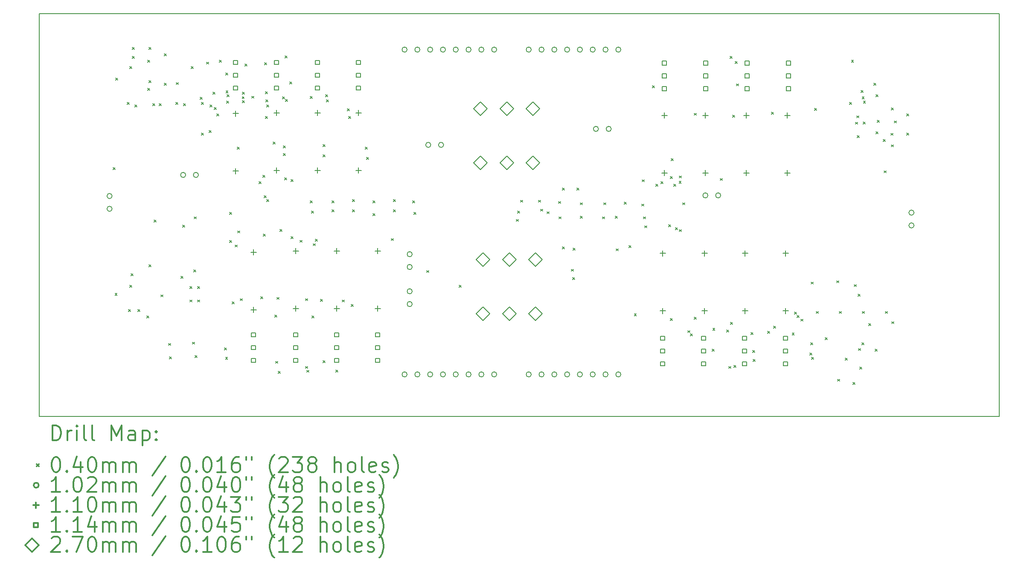
<source format=gbr>
%FSLAX45Y45*%
G04 Gerber Fmt 4.5, Leading zero omitted, Abs format (unit mm)*
G04 Created by KiCad (PCBNEW 4.0.5-e0-6337~49~ubuntu16.04.1) date Mon Feb  6 17:26:28 2017*
%MOMM*%
%LPD*%
G01*
G04 APERTURE LIST*
%ADD10C,0.127000*%
%ADD11C,0.150000*%
%ADD12C,0.200000*%
%ADD13C,0.300000*%
G04 APERTURE END LIST*
D10*
D11*
X-1333500Y-12827000D02*
X-1333500Y-4826000D01*
X17716500Y-12827000D02*
X-1333500Y-12827000D01*
X17716500Y-4826000D02*
X17716500Y-12827000D01*
X-1333500Y-4826000D02*
X17716500Y-4826000D01*
D12*
X132400Y-7879400D02*
X172400Y-7919400D01*
X172400Y-7879400D02*
X132400Y-7919400D01*
X172008Y-10378933D02*
X212008Y-10418933D01*
X212008Y-10378933D02*
X172008Y-10418933D01*
X183200Y-6101400D02*
X223200Y-6141400D01*
X223200Y-6101400D02*
X183200Y-6141400D01*
X411800Y-6584000D02*
X451800Y-6624000D01*
X451800Y-6584000D02*
X411800Y-6624000D01*
X437200Y-10698800D02*
X477200Y-10738800D01*
X477200Y-10698800D02*
X437200Y-10738800D01*
X462600Y-5872800D02*
X502600Y-5912800D01*
X502600Y-5872800D02*
X462600Y-5912800D01*
X462600Y-10216200D02*
X502600Y-10256200D01*
X502600Y-10216200D02*
X462600Y-10256200D01*
X488000Y-9987600D02*
X528000Y-10027600D01*
X528000Y-9987600D02*
X488000Y-10027600D01*
X513400Y-5491800D02*
X553400Y-5531800D01*
X553400Y-5491800D02*
X513400Y-5531800D01*
X513400Y-5669600D02*
X553400Y-5709600D01*
X553400Y-5669600D02*
X513400Y-5709600D01*
X564200Y-6634800D02*
X604200Y-6674800D01*
X604200Y-6634800D02*
X564200Y-6674800D01*
X627700Y-10698800D02*
X667700Y-10738800D01*
X667700Y-10698800D02*
X627700Y-10738800D01*
X805500Y-10825800D02*
X845500Y-10865800D01*
X845500Y-10825800D02*
X805500Y-10865800D01*
X818200Y-5745800D02*
X858200Y-5785800D01*
X858200Y-5745800D02*
X818200Y-5785800D01*
X818200Y-6304600D02*
X858200Y-6344600D01*
X858200Y-6304600D02*
X818200Y-6344600D01*
X843600Y-5491800D02*
X883600Y-5531800D01*
X883600Y-5491800D02*
X843600Y-5531800D01*
X843600Y-6152200D02*
X883600Y-6192200D01*
X883600Y-6152200D02*
X843600Y-6192200D01*
X843600Y-9809800D02*
X883600Y-9849800D01*
X883600Y-9809800D02*
X843600Y-9849800D01*
X919800Y-6609400D02*
X959800Y-6649400D01*
X959800Y-6609400D02*
X919800Y-6649400D01*
X945200Y-8920800D02*
X985200Y-8960800D01*
X985200Y-8920800D02*
X945200Y-8960800D01*
X1046800Y-6609400D02*
X1086800Y-6649400D01*
X1086800Y-6609400D02*
X1046800Y-6649400D01*
X1084900Y-10406700D02*
X1124900Y-10446700D01*
X1124900Y-10406700D02*
X1084900Y-10446700D01*
X1148400Y-5618800D02*
X1188400Y-5658800D01*
X1188400Y-5618800D02*
X1148400Y-5658800D01*
X1148400Y-6203000D02*
X1188400Y-6243000D01*
X1188400Y-6203000D02*
X1148400Y-6243000D01*
X1237300Y-11371900D02*
X1277300Y-11411900D01*
X1277300Y-11371900D02*
X1237300Y-11411900D01*
X1250000Y-11638600D02*
X1290000Y-11678600D01*
X1290000Y-11638600D02*
X1250000Y-11678600D01*
X1377000Y-6584000D02*
X1417000Y-6624000D01*
X1417000Y-6584000D02*
X1377000Y-6624000D01*
X1389700Y-6190300D02*
X1429700Y-6230300D01*
X1429700Y-6190300D02*
X1389700Y-6230300D01*
X1478600Y-10038400D02*
X1518600Y-10078400D01*
X1518600Y-10038400D02*
X1478600Y-10078400D01*
X1516700Y-9022400D02*
X1556700Y-9062400D01*
X1556700Y-9022400D02*
X1516700Y-9062400D01*
X1529400Y-6609400D02*
X1569400Y-6649400D01*
X1569400Y-6609400D02*
X1529400Y-6649400D01*
X1656400Y-10241600D02*
X1696400Y-10281600D01*
X1696400Y-10241600D02*
X1656400Y-10281600D01*
X1656400Y-10509299D02*
X1696400Y-10549299D01*
X1696400Y-10509299D02*
X1656400Y-10549299D01*
X1681800Y-5872800D02*
X1721800Y-5912800D01*
X1721800Y-5872800D02*
X1681800Y-5912800D01*
X1707200Y-11346500D02*
X1747200Y-11386500D01*
X1747200Y-11346500D02*
X1707200Y-11386500D01*
X1732600Y-9911400D02*
X1772600Y-9951400D01*
X1772600Y-9911400D02*
X1732600Y-9951400D01*
X1745300Y-8857300D02*
X1785300Y-8897300D01*
X1785300Y-8857300D02*
X1745300Y-8897300D01*
X1758000Y-11614199D02*
X1798000Y-11654199D01*
X1798000Y-11614199D02*
X1758000Y-11654199D01*
X1808800Y-10241600D02*
X1848800Y-10281600D01*
X1848800Y-10241600D02*
X1808800Y-10281600D01*
X1808800Y-10509299D02*
X1848800Y-10549299D01*
X1848800Y-10509299D02*
X1808800Y-10549299D01*
X1859600Y-6482400D02*
X1899600Y-6522400D01*
X1899600Y-6482400D02*
X1859600Y-6522400D01*
X1885000Y-7193600D02*
X1925000Y-7233600D01*
X1925000Y-7193600D02*
X1885000Y-7233600D01*
X1889082Y-6582880D02*
X1929082Y-6622880D01*
X1929082Y-6582880D02*
X1889082Y-6622880D01*
X1986600Y-5783900D02*
X2026600Y-5823900D01*
X2026600Y-5783900D02*
X1986600Y-5823900D01*
X2037400Y-7142800D02*
X2077400Y-7182800D01*
X2077400Y-7142800D02*
X2037400Y-7182800D01*
X2058999Y-6634800D02*
X2098999Y-6674800D01*
X2098999Y-6634800D02*
X2058999Y-6674800D01*
X2113600Y-6380800D02*
X2153600Y-6420800D01*
X2153600Y-6380800D02*
X2113600Y-6420800D01*
X2139000Y-6685600D02*
X2179000Y-6725600D01*
X2179000Y-6685600D02*
X2139000Y-6725600D01*
X2189800Y-6812600D02*
X2229800Y-6852600D01*
X2229800Y-6812600D02*
X2189800Y-6852600D01*
X2240600Y-5745800D02*
X2280600Y-5785800D01*
X2280600Y-5745800D02*
X2240600Y-5785800D01*
X2342200Y-11460800D02*
X2382200Y-11500800D01*
X2382200Y-11460800D02*
X2342200Y-11500800D01*
X2367035Y-11650476D02*
X2407035Y-11690476D01*
X2407035Y-11650476D02*
X2367035Y-11690476D01*
X2367600Y-5999800D02*
X2407600Y-6039800D01*
X2407600Y-5999800D02*
X2367600Y-6039800D01*
X2375233Y-6353597D02*
X2415233Y-6393597D01*
X2415233Y-6353597D02*
X2375233Y-6393597D01*
X2389785Y-6559231D02*
X2429785Y-6599231D01*
X2429785Y-6559231D02*
X2389785Y-6599231D01*
X2393000Y-6431600D02*
X2433000Y-6471600D01*
X2433000Y-6431600D02*
X2393000Y-6471600D01*
X2443800Y-8768400D02*
X2483800Y-8808400D01*
X2483800Y-8768400D02*
X2443800Y-8808400D01*
X2443800Y-9327200D02*
X2483800Y-9367200D01*
X2483800Y-9327200D02*
X2443800Y-9367200D01*
X2494600Y-10546400D02*
X2534600Y-10586400D01*
X2534600Y-10546400D02*
X2494600Y-10586400D01*
X2558100Y-9416100D02*
X2598100Y-9456100D01*
X2598100Y-9416100D02*
X2558100Y-9456100D01*
X2596200Y-7473000D02*
X2636200Y-7513000D01*
X2636200Y-7473000D02*
X2596200Y-7513000D01*
X2608900Y-9136700D02*
X2648900Y-9176700D01*
X2648900Y-9136700D02*
X2608900Y-9176700D01*
X2659700Y-10482900D02*
X2699700Y-10522900D01*
X2699700Y-10482900D02*
X2659700Y-10522900D01*
X2697097Y-6469893D02*
X2737097Y-6509893D01*
X2737097Y-6469893D02*
X2697097Y-6509893D01*
X2697800Y-6380800D02*
X2737800Y-6420800D01*
X2737800Y-6380800D02*
X2697800Y-6420800D01*
X2702268Y-6549727D02*
X2742268Y-6589727D01*
X2742268Y-6549727D02*
X2702268Y-6589727D01*
X2748600Y-5822000D02*
X2788600Y-5862000D01*
X2788600Y-5822000D02*
X2748600Y-5862000D01*
X2883967Y-6462137D02*
X2923967Y-6502137D01*
X2923967Y-6462137D02*
X2883967Y-6502137D01*
X3028000Y-8158800D02*
X3068000Y-8198800D01*
X3068000Y-8158800D02*
X3028000Y-8198800D01*
X3066100Y-10444800D02*
X3106100Y-10484800D01*
X3106100Y-10444800D02*
X3066100Y-10484800D01*
X3104200Y-8031800D02*
X3144200Y-8071800D01*
X3144200Y-8031800D02*
X3104200Y-8071800D01*
X3116900Y-9200200D02*
X3156900Y-9240200D01*
X3156900Y-9200200D02*
X3116900Y-9240200D01*
X3129600Y-8438200D02*
X3169600Y-8478200D01*
X3169600Y-8438200D02*
X3129600Y-8478200D01*
X3142300Y-5796600D02*
X3182300Y-5836600D01*
X3182300Y-5796600D02*
X3142300Y-5836600D01*
X3155000Y-6863400D02*
X3195000Y-6903400D01*
X3195000Y-6863400D02*
X3155000Y-6903400D01*
X3160427Y-6373289D02*
X3200427Y-6413289D01*
X3200427Y-6373289D02*
X3160427Y-6413289D01*
X3168400Y-6533200D02*
X3208400Y-6573200D01*
X3208400Y-6533200D02*
X3168400Y-6573200D01*
X3180400Y-6634800D02*
X3220400Y-6674800D01*
X3220400Y-6634800D02*
X3180400Y-6674800D01*
X3180400Y-8514400D02*
X3220400Y-8554400D01*
X3220400Y-8514400D02*
X3180400Y-8554400D01*
X3307400Y-7371400D02*
X3347400Y-7411400D01*
X3347400Y-7371400D02*
X3307400Y-7411400D01*
X3345500Y-10811100D02*
X3385500Y-10851100D01*
X3385500Y-10811100D02*
X3345500Y-10851100D01*
X3358200Y-11727500D02*
X3398200Y-11767500D01*
X3398200Y-11727500D02*
X3358200Y-11767500D01*
X3383600Y-10457500D02*
X3423600Y-10497500D01*
X3423600Y-10457500D02*
X3383600Y-10497500D01*
X3414065Y-11926899D02*
X3454065Y-11966899D01*
X3454065Y-11926899D02*
X3414065Y-11966899D01*
X3446101Y-9105257D02*
X3486101Y-9145257D01*
X3486101Y-9105257D02*
X3446101Y-9145257D01*
X3496420Y-6473056D02*
X3536420Y-6513056D01*
X3536420Y-6473056D02*
X3496420Y-6513056D01*
X3510600Y-7447600D02*
X3550600Y-7487600D01*
X3550600Y-7447600D02*
X3510600Y-7487600D01*
X3510600Y-7600000D02*
X3550600Y-7640000D01*
X3550600Y-7600000D02*
X3510600Y-7640000D01*
X3536000Y-8082600D02*
X3576000Y-8122600D01*
X3576000Y-8082600D02*
X3536000Y-8122600D01*
X3549603Y-5659166D02*
X3589603Y-5699166D01*
X3589603Y-5659166D02*
X3549603Y-5699166D01*
X3554734Y-6527826D02*
X3594734Y-6567826D01*
X3594734Y-6527826D02*
X3554734Y-6567826D01*
X3637600Y-6177600D02*
X3677600Y-6217600D01*
X3677600Y-6177600D02*
X3637600Y-6217600D01*
X3663000Y-9251000D02*
X3703000Y-9291000D01*
X3703000Y-9251000D02*
X3663000Y-9291000D01*
X3663000Y-8119701D02*
X3703000Y-8159701D01*
X3703000Y-8119701D02*
X3663000Y-8159701D01*
X3843154Y-9323797D02*
X3883154Y-9363797D01*
X3883154Y-9323797D02*
X3843154Y-9363797D01*
X3955100Y-10482900D02*
X3995100Y-10522900D01*
X3995100Y-10482900D02*
X3955100Y-10522900D01*
X3955100Y-11829100D02*
X3995100Y-11869100D01*
X3995100Y-11829100D02*
X3955100Y-11869100D01*
X3980500Y-11905300D02*
X4020500Y-11945300D01*
X4020500Y-11905300D02*
X3980500Y-11945300D01*
X4044000Y-8539800D02*
X4084000Y-8579800D01*
X4084000Y-8539800D02*
X4044000Y-8579800D01*
X4048799Y-6466939D02*
X4088799Y-6506939D01*
X4088799Y-6466939D02*
X4048799Y-6506939D01*
X4069400Y-8743000D02*
X4109400Y-8783000D01*
X4109400Y-8743000D02*
X4069400Y-8783000D01*
X4082100Y-10825800D02*
X4122100Y-10865800D01*
X4122100Y-10825800D02*
X4082100Y-10865800D01*
X4107500Y-9390700D02*
X4147500Y-9430700D01*
X4147500Y-9390700D02*
X4107500Y-9430700D01*
X4151254Y-9300982D02*
X4191254Y-9340982D01*
X4191254Y-9300982D02*
X4151254Y-9340982D01*
X4247200Y-10495600D02*
X4287200Y-10535600D01*
X4287200Y-10495600D02*
X4247200Y-10535600D01*
X4298000Y-7422200D02*
X4338000Y-7462200D01*
X4338000Y-7422200D02*
X4298000Y-7462200D01*
X4298000Y-7625400D02*
X4338000Y-7665400D01*
X4338000Y-7625400D02*
X4298000Y-7665400D01*
X4298000Y-11714800D02*
X4338000Y-11754800D01*
X4338000Y-11714800D02*
X4298000Y-11754800D01*
X4352400Y-6431600D02*
X4392400Y-6471600D01*
X4392400Y-6431600D02*
X4352400Y-6471600D01*
X4366130Y-6533200D02*
X4406130Y-6573200D01*
X4406130Y-6533200D02*
X4366130Y-6573200D01*
X4475800Y-8539800D02*
X4515800Y-8579800D01*
X4515800Y-8539800D02*
X4475800Y-8579800D01*
X4475800Y-8717600D02*
X4515800Y-8757600D01*
X4515800Y-8717600D02*
X4475800Y-8757600D01*
X4556947Y-11899501D02*
X4596947Y-11939501D01*
X4596947Y-11899501D02*
X4556947Y-11939501D01*
X4679000Y-10508300D02*
X4719000Y-10548300D01*
X4719000Y-10508300D02*
X4679000Y-10548300D01*
X4780600Y-6711000D02*
X4820600Y-6751000D01*
X4820600Y-6711000D02*
X4780600Y-6751000D01*
X4806000Y-6863400D02*
X4846000Y-6903400D01*
X4846000Y-6863400D02*
X4806000Y-6903400D01*
X4856800Y-10597200D02*
X4896800Y-10637200D01*
X4896800Y-10597200D02*
X4856800Y-10637200D01*
X4882200Y-8514400D02*
X4922200Y-8554400D01*
X4922200Y-8514400D02*
X4882200Y-8554400D01*
X4882200Y-8717600D02*
X4922200Y-8757600D01*
X4922200Y-8717600D02*
X4882200Y-8757600D01*
X5136200Y-7473000D02*
X5176200Y-7513000D01*
X5176200Y-7473000D02*
X5136200Y-7513000D01*
X5161600Y-7676200D02*
X5201600Y-7716200D01*
X5201600Y-7676200D02*
X5161600Y-7716200D01*
X5288600Y-8539800D02*
X5328600Y-8579800D01*
X5328600Y-8539800D02*
X5288600Y-8579800D01*
X5288600Y-8793800D02*
X5328600Y-8833800D01*
X5328600Y-8793800D02*
X5288600Y-8833800D01*
X5656900Y-9289100D02*
X5696900Y-9329100D01*
X5696900Y-9289100D02*
X5656900Y-9329100D01*
X5695000Y-8514400D02*
X5735000Y-8554400D01*
X5735000Y-8514400D02*
X5695000Y-8554400D01*
X5695000Y-8717600D02*
X5735000Y-8757600D01*
X5735000Y-8717600D02*
X5695000Y-8757600D01*
X6076000Y-8539800D02*
X6116000Y-8579800D01*
X6116000Y-8539800D02*
X6076000Y-8579800D01*
X6101400Y-8768400D02*
X6141400Y-8808400D01*
X6141400Y-8768400D02*
X6101400Y-8808400D01*
X6355400Y-9924100D02*
X6395400Y-9964100D01*
X6395400Y-9924100D02*
X6355400Y-9964100D01*
X7003100Y-10216200D02*
X7043100Y-10256200D01*
X7043100Y-10216200D02*
X7003100Y-10256200D01*
X8133400Y-8908100D02*
X8173400Y-8948100D01*
X8173400Y-8908100D02*
X8133400Y-8948100D01*
X8158800Y-8743000D02*
X8198800Y-8783000D01*
X8198800Y-8743000D02*
X8158800Y-8783000D01*
X8222300Y-8527100D02*
X8262300Y-8567100D01*
X8262300Y-8527100D02*
X8222300Y-8567100D01*
X8577900Y-8527100D02*
X8617900Y-8567100D01*
X8617900Y-8527100D02*
X8577900Y-8567100D01*
X8616000Y-8704900D02*
X8656000Y-8744900D01*
X8656000Y-8704900D02*
X8616000Y-8744900D01*
X8743000Y-8755700D02*
X8783000Y-8795700D01*
X8783000Y-8755700D02*
X8743000Y-8795700D01*
X8971600Y-8552500D02*
X9011600Y-8592500D01*
X9011600Y-8552500D02*
X8971600Y-8592500D01*
X8985299Y-8857300D02*
X9025299Y-8897300D01*
X9025299Y-8857300D02*
X8985299Y-8897300D01*
X9047800Y-9454200D02*
X9087800Y-9494200D01*
X9087800Y-9454200D02*
X9047800Y-9494200D01*
X9047800Y-8285800D02*
X9087800Y-8325800D01*
X9087800Y-8285800D02*
X9047800Y-8325800D01*
X9225600Y-9898700D02*
X9265600Y-9938700D01*
X9265600Y-9898700D02*
X9225600Y-9938700D01*
X9251000Y-10063800D02*
X9291000Y-10103800D01*
X9291000Y-10063800D02*
X9251000Y-10103800D01*
X9263700Y-9479600D02*
X9303700Y-9519600D01*
X9303700Y-9479600D02*
X9263700Y-9519600D01*
X9339900Y-8285800D02*
X9379900Y-8325800D01*
X9379900Y-8285800D02*
X9339900Y-8325800D01*
X9403400Y-8577900D02*
X9443400Y-8617900D01*
X9443400Y-8577900D02*
X9403400Y-8617900D01*
X9403400Y-8844600D02*
X9443400Y-8884600D01*
X9443400Y-8844600D02*
X9403400Y-8884600D01*
X9847900Y-8857300D02*
X9887900Y-8897300D01*
X9887900Y-8857300D02*
X9847900Y-8897300D01*
X9873300Y-8577900D02*
X9913300Y-8617900D01*
X9913300Y-8577900D02*
X9873300Y-8617900D01*
X10101900Y-8844600D02*
X10141900Y-8884600D01*
X10141900Y-8844600D02*
X10101900Y-8884600D01*
X10114600Y-9492300D02*
X10154600Y-9532300D01*
X10154600Y-9492300D02*
X10114600Y-9532300D01*
X10279700Y-8565200D02*
X10319700Y-8605200D01*
X10319700Y-8565200D02*
X10279700Y-8605200D01*
X10368600Y-9429000D02*
X10408600Y-9469000D01*
X10408600Y-9429000D02*
X10368600Y-9469000D01*
X10478000Y-10782800D02*
X10518000Y-10822800D01*
X10518000Y-10782800D02*
X10478000Y-10822800D01*
X10622600Y-8603300D02*
X10662600Y-8643300D01*
X10662600Y-8603300D02*
X10622600Y-8643300D01*
X10635300Y-8120700D02*
X10675300Y-8160700D01*
X10675300Y-8120700D02*
X10635300Y-8160700D01*
X10660700Y-8857300D02*
X10700700Y-8897300D01*
X10700700Y-8857300D02*
X10660700Y-8897300D01*
X10686100Y-9035100D02*
X10726100Y-9075100D01*
X10726100Y-9035100D02*
X10686100Y-9075100D01*
X10838500Y-6253800D02*
X10878500Y-6293800D01*
X10878500Y-6253800D02*
X10838500Y-6293800D01*
X10902000Y-8209600D02*
X10942000Y-8249600D01*
X10942000Y-8209600D02*
X10902000Y-8249600D01*
X11003600Y-8158800D02*
X11043600Y-8198800D01*
X11043600Y-8158800D02*
X11003600Y-8198800D01*
X11161548Y-9017080D02*
X11201548Y-9057080D01*
X11201548Y-9017080D02*
X11161548Y-9057080D01*
X11194100Y-10876600D02*
X11234100Y-10916600D01*
X11234100Y-10876600D02*
X11194100Y-10916600D01*
X11195099Y-8057200D02*
X11235099Y-8097200D01*
X11235099Y-8057200D02*
X11195099Y-8097200D01*
X11206800Y-7701600D02*
X11246800Y-7741600D01*
X11246800Y-7701600D02*
X11206800Y-7741600D01*
X11257600Y-8209600D02*
X11297600Y-8249600D01*
X11297600Y-8209600D02*
X11257600Y-8249600D01*
X11295700Y-9073200D02*
X11335700Y-9113200D01*
X11335700Y-9073200D02*
X11295700Y-9113200D01*
X11366131Y-8151869D02*
X11406131Y-8191869D01*
X11406131Y-8151869D02*
X11366131Y-8191869D01*
X11371900Y-8044500D02*
X11411900Y-8084500D01*
X11411900Y-8044500D02*
X11371900Y-8084500D01*
X11371900Y-9111300D02*
X11411900Y-9151300D01*
X11411900Y-9111300D02*
X11371900Y-9151300D01*
X11435400Y-8577900D02*
X11475400Y-8617900D01*
X11475400Y-8577900D02*
X11435400Y-8617900D01*
X11537000Y-11117900D02*
X11577000Y-11157900D01*
X11577000Y-11117900D02*
X11537000Y-11157900D01*
X11587800Y-11181400D02*
X11627800Y-11221400D01*
X11627800Y-11181400D02*
X11587800Y-11221400D01*
X11664000Y-6799900D02*
X11704000Y-6839900D01*
X11704000Y-6799900D02*
X11664000Y-6839900D01*
X11664000Y-10851200D02*
X11704000Y-10891200D01*
X11704000Y-10851200D02*
X11664000Y-10891200D01*
X12019600Y-11486200D02*
X12059600Y-11526200D01*
X12059600Y-11486200D02*
X12019600Y-11526200D01*
X12036081Y-11071392D02*
X12076081Y-11111392D01*
X12076081Y-11071392D02*
X12036081Y-11111392D01*
X12184700Y-8095300D02*
X12224700Y-8135300D01*
X12224700Y-8095300D02*
X12184700Y-8135300D01*
X12311699Y-11105200D02*
X12351699Y-11145200D01*
X12351699Y-11105200D02*
X12311699Y-11145200D01*
X12349800Y-11829100D02*
X12389800Y-11869100D01*
X12389800Y-11829100D02*
X12349800Y-11869100D01*
X12375200Y-5669600D02*
X12415200Y-5709600D01*
X12415200Y-5669600D02*
X12375200Y-5709600D01*
X12387900Y-10952800D02*
X12427900Y-10992800D01*
X12427900Y-10952800D02*
X12387900Y-10992800D01*
X12426000Y-6838000D02*
X12466000Y-6878000D01*
X12466000Y-6838000D02*
X12426000Y-6878000D01*
X12456479Y-11809926D02*
X12496479Y-11849926D01*
X12496479Y-11809926D02*
X12456479Y-11849926D01*
X12476800Y-5771200D02*
X12516800Y-5811200D01*
X12516800Y-5771200D02*
X12476800Y-5811200D01*
X12502200Y-6215700D02*
X12542200Y-6255700D01*
X12542200Y-6215700D02*
X12502200Y-6255700D01*
X12794300Y-11156000D02*
X12834300Y-11196000D01*
X12834300Y-11156000D02*
X12794300Y-11196000D01*
X12823510Y-11511783D02*
X12863510Y-11551783D01*
X12863510Y-11511783D02*
X12823510Y-11551783D01*
X12832400Y-11689400D02*
X12872400Y-11729400D01*
X12872400Y-11689400D02*
X12832400Y-11729400D01*
X13124500Y-11130600D02*
X13164500Y-11170600D01*
X13164500Y-11130600D02*
X13124500Y-11170600D01*
X13196535Y-6777504D02*
X13236535Y-6817504D01*
X13236535Y-6777504D02*
X13196535Y-6817504D01*
X13238800Y-11029000D02*
X13278800Y-11069000D01*
X13278800Y-11029000D02*
X13238800Y-11069000D01*
X13610873Y-11166175D02*
X13650873Y-11206175D01*
X13650873Y-11166175D02*
X13610873Y-11206175D01*
X13657900Y-10749600D02*
X13697900Y-10789600D01*
X13697900Y-10749600D02*
X13657900Y-10789600D01*
X13709699Y-10817758D02*
X13749699Y-10857758D01*
X13749699Y-10817758D02*
X13709699Y-10857758D01*
X13784900Y-10889300D02*
X13824900Y-10929300D01*
X13824900Y-10889300D02*
X13784900Y-10929300D01*
X13962700Y-11562400D02*
X14002700Y-11602400D01*
X14002700Y-11562400D02*
X13962700Y-11602400D01*
X13975400Y-11359200D02*
X14015400Y-11399200D01*
X14015400Y-11359200D02*
X13975400Y-11399200D01*
X13988100Y-10152700D02*
X14028100Y-10192700D01*
X14028100Y-10152700D02*
X13988100Y-10192700D01*
X13992412Y-11649379D02*
X14032412Y-11689379D01*
X14032412Y-11649379D02*
X13992412Y-11689379D01*
X14056909Y-6703381D02*
X14096909Y-6743381D01*
X14096909Y-6703381D02*
X14056909Y-6743381D01*
X14089700Y-10736900D02*
X14129700Y-10776900D01*
X14129700Y-10736900D02*
X14089700Y-10776900D01*
X14267500Y-11257600D02*
X14307500Y-11297600D01*
X14307500Y-11257600D02*
X14267500Y-11297600D01*
X14496100Y-10127300D02*
X14536100Y-10167300D01*
X14536100Y-10127300D02*
X14496100Y-10167300D01*
X14508800Y-12084099D02*
X14548800Y-12124099D01*
X14548800Y-12084099D02*
X14508800Y-12124099D01*
X14546900Y-10736900D02*
X14586900Y-10776900D01*
X14586900Y-10736900D02*
X14546900Y-10776900D01*
X14661200Y-11664000D02*
X14701200Y-11704000D01*
X14701200Y-11664000D02*
X14661200Y-11704000D01*
X14750100Y-6584000D02*
X14790100Y-6624000D01*
X14790100Y-6584000D02*
X14750100Y-6624000D01*
X14785585Y-5744399D02*
X14825585Y-5784399D01*
X14825585Y-5744399D02*
X14785585Y-5784399D01*
X14813600Y-12146600D02*
X14853600Y-12186600D01*
X14853600Y-12146600D02*
X14813600Y-12186600D01*
X14839000Y-10203500D02*
X14879000Y-10243500D01*
X14879000Y-10203500D02*
X14839000Y-10243500D01*
X14864400Y-6977700D02*
X14904400Y-7017700D01*
X14904400Y-6977700D02*
X14864400Y-7017700D01*
X14889800Y-6850700D02*
X14929800Y-6890700D01*
X14929800Y-6850700D02*
X14889800Y-6890700D01*
X14902500Y-7244400D02*
X14942500Y-7284400D01*
X14942500Y-7244400D02*
X14902500Y-7284400D01*
X14915200Y-10394000D02*
X14955200Y-10434000D01*
X14955200Y-10394000D02*
X14915200Y-10434000D01*
X14927900Y-11473500D02*
X14967900Y-11513500D01*
X14967900Y-11473500D02*
X14927900Y-11513500D01*
X14953300Y-11841800D02*
X14993300Y-11881800D01*
X14993300Y-11841800D02*
X14953300Y-11881800D01*
X14975695Y-6349892D02*
X15015695Y-6389892D01*
X15015695Y-6349892D02*
X14975695Y-6389892D01*
X14991400Y-11359200D02*
X15031400Y-11399200D01*
X15031400Y-11359200D02*
X14991400Y-11399200D01*
X14998067Y-6474893D02*
X15038067Y-6514893D01*
X15038067Y-6474893D02*
X14998067Y-6514893D01*
X15004100Y-10736900D02*
X15044100Y-10776900D01*
X15044100Y-10736900D02*
X15004100Y-10776900D01*
X15021425Y-6975457D02*
X15061425Y-7015457D01*
X15061425Y-6975457D02*
X15021425Y-7015457D01*
X15023950Y-6558600D02*
X15063950Y-6598600D01*
X15063950Y-6558600D02*
X15023950Y-6598600D01*
X15131100Y-10978200D02*
X15171100Y-11018200D01*
X15171100Y-10978200D02*
X15131100Y-11018200D01*
X15232700Y-6203000D02*
X15272700Y-6243000D01*
X15272700Y-6203000D02*
X15232700Y-6243000D01*
X15258100Y-11486200D02*
X15298100Y-11526200D01*
X15298100Y-11486200D02*
X15258100Y-11526200D01*
X15270800Y-6431600D02*
X15310800Y-6471600D01*
X15310800Y-6431600D02*
X15270800Y-6471600D01*
X15275496Y-7166898D02*
X15315496Y-7206898D01*
X15315496Y-7166898D02*
X15275496Y-7206898D01*
X15296200Y-6939600D02*
X15336200Y-6979600D01*
X15336200Y-6939600D02*
X15296200Y-6979600D01*
X15419399Y-7324200D02*
X15459399Y-7364200D01*
X15459399Y-7324200D02*
X15419399Y-7364200D01*
X15435900Y-7942900D02*
X15475900Y-7982900D01*
X15475900Y-7942900D02*
X15435900Y-7982900D01*
X15461300Y-10736900D02*
X15501300Y-10776900D01*
X15501300Y-10736900D02*
X15461300Y-10776900D01*
X15566703Y-7198565D02*
X15606703Y-7238565D01*
X15606703Y-7198565D02*
X15566703Y-7238565D01*
X15575356Y-6697545D02*
X15615356Y-6737545D01*
X15615356Y-6697545D02*
X15575356Y-6737545D01*
X15579401Y-7427969D02*
X15619401Y-7467969D01*
X15619401Y-7427969D02*
X15579401Y-7467969D01*
X15588300Y-10940100D02*
X15628300Y-10980100D01*
X15628300Y-10940100D02*
X15588300Y-10980100D01*
X15640099Y-6952300D02*
X15680099Y-6992300D01*
X15680099Y-6952300D02*
X15640099Y-6992300D01*
X15880400Y-6812600D02*
X15920400Y-6852600D01*
X15920400Y-6812600D02*
X15880400Y-6852600D01*
X15880400Y-7193600D02*
X15920400Y-7233600D01*
X15920400Y-7193600D02*
X15880400Y-7233600D01*
X114300Y-8445500D02*
G75*
G03X114300Y-8445500I-50800J0D01*
G01*
X114300Y-8699500D02*
G75*
G03X114300Y-8699500I-50800J0D01*
G01*
X1574800Y-8026400D02*
G75*
G03X1574800Y-8026400I-50800J0D01*
G01*
X1828800Y-8026400D02*
G75*
G03X1828800Y-8026400I-50800J0D01*
G01*
X5969000Y-5537200D02*
G75*
G03X5969000Y-5537200I-50800J0D01*
G01*
X5969000Y-11988800D02*
G75*
G03X5969000Y-11988800I-50800J0D01*
G01*
X6070600Y-9601200D02*
G75*
G03X6070600Y-9601200I-50800J0D01*
G01*
X6070600Y-9855200D02*
G75*
G03X6070600Y-9855200I-50800J0D01*
G01*
X6070600Y-10337800D02*
G75*
G03X6070600Y-10337800I-50800J0D01*
G01*
X6070600Y-10591800D02*
G75*
G03X6070600Y-10591800I-50800J0D01*
G01*
X6223000Y-5537200D02*
G75*
G03X6223000Y-5537200I-50800J0D01*
G01*
X6223000Y-11988800D02*
G75*
G03X6223000Y-11988800I-50800J0D01*
G01*
X6438900Y-7429500D02*
G75*
G03X6438900Y-7429500I-50800J0D01*
G01*
X6477000Y-5537200D02*
G75*
G03X6477000Y-5537200I-50800J0D01*
G01*
X6477000Y-11988800D02*
G75*
G03X6477000Y-11988800I-50800J0D01*
G01*
X6692900Y-7429500D02*
G75*
G03X6692900Y-7429500I-50800J0D01*
G01*
X6731000Y-5537200D02*
G75*
G03X6731000Y-5537200I-50800J0D01*
G01*
X6731000Y-11988800D02*
G75*
G03X6731000Y-11988800I-50800J0D01*
G01*
X6985000Y-5537200D02*
G75*
G03X6985000Y-5537200I-50800J0D01*
G01*
X6985000Y-11988800D02*
G75*
G03X6985000Y-11988800I-50800J0D01*
G01*
X7239000Y-5537200D02*
G75*
G03X7239000Y-5537200I-50800J0D01*
G01*
X7239000Y-11988800D02*
G75*
G03X7239000Y-11988800I-50800J0D01*
G01*
X7493000Y-5537200D02*
G75*
G03X7493000Y-5537200I-50800J0D01*
G01*
X7493000Y-11988800D02*
G75*
G03X7493000Y-11988800I-50800J0D01*
G01*
X7747000Y-5537200D02*
G75*
G03X7747000Y-5537200I-50800J0D01*
G01*
X7747000Y-11988800D02*
G75*
G03X7747000Y-11988800I-50800J0D01*
G01*
X8432800Y-5537200D02*
G75*
G03X8432800Y-5537200I-50800J0D01*
G01*
X8432800Y-11988800D02*
G75*
G03X8432800Y-11988800I-50800J0D01*
G01*
X8686800Y-5537200D02*
G75*
G03X8686800Y-5537200I-50800J0D01*
G01*
X8686800Y-11988800D02*
G75*
G03X8686800Y-11988800I-50800J0D01*
G01*
X8940800Y-5537200D02*
G75*
G03X8940800Y-5537200I-50800J0D01*
G01*
X8940800Y-11988800D02*
G75*
G03X8940800Y-11988800I-50800J0D01*
G01*
X9194800Y-5537200D02*
G75*
G03X9194800Y-5537200I-50800J0D01*
G01*
X9194800Y-11988800D02*
G75*
G03X9194800Y-11988800I-50800J0D01*
G01*
X9448800Y-5537200D02*
G75*
G03X9448800Y-5537200I-50800J0D01*
G01*
X9448800Y-11988800D02*
G75*
G03X9448800Y-11988800I-50800J0D01*
G01*
X9702800Y-5537200D02*
G75*
G03X9702800Y-5537200I-50800J0D01*
G01*
X9702800Y-11988800D02*
G75*
G03X9702800Y-11988800I-50800J0D01*
G01*
X9766300Y-7112000D02*
G75*
G03X9766300Y-7112000I-50800J0D01*
G01*
X9956800Y-5537200D02*
G75*
G03X9956800Y-5537200I-50800J0D01*
G01*
X9956800Y-11988800D02*
G75*
G03X9956800Y-11988800I-50800J0D01*
G01*
X10020300Y-7112000D02*
G75*
G03X10020300Y-7112000I-50800J0D01*
G01*
X10210800Y-5537200D02*
G75*
G03X10210800Y-5537200I-50800J0D01*
G01*
X10210800Y-11988800D02*
G75*
G03X10210800Y-11988800I-50800J0D01*
G01*
X11938000Y-8432800D02*
G75*
G03X11938000Y-8432800I-50800J0D01*
G01*
X12192000Y-8432800D02*
G75*
G03X12192000Y-8432800I-50800J0D01*
G01*
X16027400Y-8775700D02*
G75*
G03X16027400Y-8775700I-50800J0D01*
G01*
X16027400Y-9029700D02*
G75*
G03X16027400Y-9029700I-50800J0D01*
G01*
X2565400Y-6752200D02*
X2565400Y-6862200D01*
X2510400Y-6807200D02*
X2620400Y-6807200D01*
X2565400Y-7895200D02*
X2565400Y-8005200D01*
X2510400Y-7950200D02*
X2620400Y-7950200D01*
X2921000Y-9508100D02*
X2921000Y-9618100D01*
X2866000Y-9563100D02*
X2976000Y-9563100D01*
X2921000Y-10651100D02*
X2921000Y-10761100D01*
X2866000Y-10706100D02*
X2976000Y-10706100D01*
X3378200Y-6739500D02*
X3378200Y-6849500D01*
X3323200Y-6794500D02*
X3433200Y-6794500D01*
X3378200Y-7882500D02*
X3378200Y-7992500D01*
X3323200Y-7937500D02*
X3433200Y-7937500D01*
X3759200Y-9482700D02*
X3759200Y-9592700D01*
X3704200Y-9537700D02*
X3814200Y-9537700D01*
X3759200Y-10625700D02*
X3759200Y-10735700D01*
X3704200Y-10680700D02*
X3814200Y-10680700D01*
X4191000Y-6739500D02*
X4191000Y-6849500D01*
X4136000Y-6794500D02*
X4246000Y-6794500D01*
X4191000Y-7882500D02*
X4191000Y-7992500D01*
X4136000Y-7937500D02*
X4246000Y-7937500D01*
X4572000Y-9482700D02*
X4572000Y-9592700D01*
X4517000Y-9537700D02*
X4627000Y-9537700D01*
X4572000Y-10625700D02*
X4572000Y-10735700D01*
X4517000Y-10680700D02*
X4627000Y-10680700D01*
X5003800Y-6739500D02*
X5003800Y-6849500D01*
X4948800Y-6794500D02*
X5058800Y-6794500D01*
X5003800Y-7882500D02*
X5003800Y-7992500D01*
X4948800Y-7937500D02*
X5058800Y-7937500D01*
X5384800Y-9482700D02*
X5384800Y-9592700D01*
X5329800Y-9537700D02*
X5439800Y-9537700D01*
X5384800Y-10625700D02*
X5384800Y-10735700D01*
X5329800Y-10680700D02*
X5439800Y-10680700D01*
X11041085Y-9526394D02*
X11041085Y-9636394D01*
X10986085Y-9581394D02*
X11096085Y-9581394D01*
X11041085Y-10669394D02*
X11041085Y-10779394D01*
X10986085Y-10724394D02*
X11096085Y-10724394D01*
X11074400Y-6790300D02*
X11074400Y-6900300D01*
X11019400Y-6845300D02*
X11129400Y-6845300D01*
X11074400Y-7933300D02*
X11074400Y-8043300D01*
X11019400Y-7988300D02*
X11129400Y-7988300D01*
X11868785Y-9526394D02*
X11868785Y-9636394D01*
X11813785Y-9581394D02*
X11923785Y-9581394D01*
X11868785Y-10669394D02*
X11868785Y-10779394D01*
X11813785Y-10724394D02*
X11923785Y-10724394D01*
X11887200Y-6790300D02*
X11887200Y-6900300D01*
X11832200Y-6845300D02*
X11942200Y-6845300D01*
X11887200Y-7933300D02*
X11887200Y-8043300D01*
X11832200Y-7988300D02*
X11942200Y-7988300D01*
X12674135Y-9526394D02*
X12674135Y-9636394D01*
X12619135Y-9581394D02*
X12729135Y-9581394D01*
X12674135Y-10669394D02*
X12674135Y-10779394D01*
X12619135Y-10724394D02*
X12729135Y-10724394D01*
X12700000Y-6790300D02*
X12700000Y-6900300D01*
X12645000Y-6845300D02*
X12755000Y-6845300D01*
X12700000Y-7933300D02*
X12700000Y-8043300D01*
X12645000Y-7988300D02*
X12755000Y-7988300D01*
X13479485Y-9526394D02*
X13479485Y-9636394D01*
X13424485Y-9581394D02*
X13534485Y-9581394D01*
X13479485Y-10669394D02*
X13479485Y-10779394D01*
X13424485Y-10724394D02*
X13534485Y-10724394D01*
X13512800Y-6790300D02*
X13512800Y-6900300D01*
X13457800Y-6845300D02*
X13567800Y-6845300D01*
X13512800Y-7933300D02*
X13512800Y-8043300D01*
X13457800Y-7988300D02*
X13567800Y-7988300D01*
X2605812Y-5831611D02*
X2605812Y-5750788D01*
X2524989Y-5750788D01*
X2524989Y-5831611D01*
X2605812Y-5831611D01*
X2605812Y-6085611D02*
X2605812Y-6004788D01*
X2524989Y-6004788D01*
X2524989Y-6085611D01*
X2605812Y-6085611D01*
X2605812Y-6339611D02*
X2605812Y-6258788D01*
X2524989Y-6258788D01*
X2524989Y-6339611D01*
X2605812Y-6339611D01*
X2961411Y-11241811D02*
X2961411Y-11160989D01*
X2880588Y-11160989D01*
X2880588Y-11241811D01*
X2961411Y-11241811D01*
X2961411Y-11495811D02*
X2961411Y-11414988D01*
X2880588Y-11414988D01*
X2880588Y-11495811D01*
X2961411Y-11495811D01*
X2961411Y-11749811D02*
X2961411Y-11668988D01*
X2880588Y-11668988D01*
X2880588Y-11749811D01*
X2961411Y-11749811D01*
X3418611Y-5831611D02*
X3418611Y-5750788D01*
X3337788Y-5750788D01*
X3337788Y-5831611D01*
X3418611Y-5831611D01*
X3418611Y-6085611D02*
X3418611Y-6004788D01*
X3337788Y-6004788D01*
X3337788Y-6085611D01*
X3418611Y-6085611D01*
X3418611Y-6339611D02*
X3418611Y-6258788D01*
X3337788Y-6258788D01*
X3337788Y-6339611D01*
X3418611Y-6339611D01*
X3799611Y-11241811D02*
X3799611Y-11160989D01*
X3718788Y-11160989D01*
X3718788Y-11241811D01*
X3799611Y-11241811D01*
X3799611Y-11495811D02*
X3799611Y-11414988D01*
X3718788Y-11414988D01*
X3718788Y-11495811D01*
X3799611Y-11495811D01*
X3799611Y-11749811D02*
X3799611Y-11668988D01*
X3718788Y-11668988D01*
X3718788Y-11749811D01*
X3799611Y-11749811D01*
X4231412Y-5831611D02*
X4231412Y-5750788D01*
X4150588Y-5750788D01*
X4150588Y-5831611D01*
X4231412Y-5831611D01*
X4231412Y-6085611D02*
X4231412Y-6004788D01*
X4150588Y-6004788D01*
X4150588Y-6085611D01*
X4231412Y-6085611D01*
X4231412Y-6339611D02*
X4231412Y-6258788D01*
X4150588Y-6258788D01*
X4150588Y-6339611D01*
X4231412Y-6339611D01*
X4612412Y-11241811D02*
X4612412Y-11160989D01*
X4531589Y-11160989D01*
X4531589Y-11241811D01*
X4612412Y-11241811D01*
X4612412Y-11495811D02*
X4612412Y-11414988D01*
X4531589Y-11414988D01*
X4531589Y-11495811D01*
X4612412Y-11495811D01*
X4612412Y-11749811D02*
X4612412Y-11668988D01*
X4531589Y-11668988D01*
X4531589Y-11749811D01*
X4612412Y-11749811D01*
X5044212Y-5831611D02*
X5044212Y-5750788D01*
X4963389Y-5750788D01*
X4963389Y-5831611D01*
X5044212Y-5831611D01*
X5044212Y-6085611D02*
X5044212Y-6004788D01*
X4963389Y-6004788D01*
X4963389Y-6085611D01*
X5044212Y-6085611D01*
X5044212Y-6339611D02*
X5044212Y-6258788D01*
X4963389Y-6258788D01*
X4963389Y-6339611D01*
X5044212Y-6339611D01*
X5425212Y-11241811D02*
X5425212Y-11160989D01*
X5344389Y-11160989D01*
X5344389Y-11241811D01*
X5425212Y-11241811D01*
X5425212Y-11495811D02*
X5425212Y-11414988D01*
X5344389Y-11414988D01*
X5344389Y-11495811D01*
X5425212Y-11495811D01*
X5425212Y-11749811D02*
X5425212Y-11668988D01*
X5344389Y-11668988D01*
X5344389Y-11749811D01*
X5425212Y-11749811D01*
X11081497Y-11310905D02*
X11081497Y-11230082D01*
X11000674Y-11230082D01*
X11000674Y-11310905D01*
X11081497Y-11310905D01*
X11081497Y-11564905D02*
X11081497Y-11484082D01*
X11000674Y-11484082D01*
X11000674Y-11564905D01*
X11081497Y-11564905D01*
X11081497Y-11818905D02*
X11081497Y-11738082D01*
X11000674Y-11738082D01*
X11000674Y-11818905D01*
X11081497Y-11818905D01*
X11114812Y-5844311D02*
X11114812Y-5763488D01*
X11033989Y-5763488D01*
X11033989Y-5844311D01*
X11114812Y-5844311D01*
X11114812Y-6098311D02*
X11114812Y-6017488D01*
X11033989Y-6017488D01*
X11033989Y-6098311D01*
X11114812Y-6098311D01*
X11114812Y-6352311D02*
X11114812Y-6271488D01*
X11033989Y-6271488D01*
X11033989Y-6352311D01*
X11114812Y-6352311D01*
X11894297Y-11310905D02*
X11894297Y-11230082D01*
X11813474Y-11230082D01*
X11813474Y-11310905D01*
X11894297Y-11310905D01*
X11894297Y-11564905D02*
X11894297Y-11484082D01*
X11813474Y-11484082D01*
X11813474Y-11564905D01*
X11894297Y-11564905D01*
X11894297Y-11818905D02*
X11894297Y-11738082D01*
X11813474Y-11738082D01*
X11813474Y-11818905D01*
X11894297Y-11818905D01*
X11936078Y-5844311D02*
X11936078Y-5763488D01*
X11855255Y-5763488D01*
X11855255Y-5844311D01*
X11936078Y-5844311D01*
X11936078Y-6098311D02*
X11936078Y-6017488D01*
X11855255Y-6017488D01*
X11855255Y-6098311D01*
X11936078Y-6098311D01*
X11936078Y-6352311D02*
X11936078Y-6271488D01*
X11855255Y-6271488D01*
X11855255Y-6352311D01*
X11936078Y-6352311D01*
X12707097Y-11310905D02*
X12707097Y-11230082D01*
X12626274Y-11230082D01*
X12626274Y-11310905D01*
X12707097Y-11310905D01*
X12707097Y-11564905D02*
X12707097Y-11484082D01*
X12626274Y-11484082D01*
X12626274Y-11564905D01*
X12707097Y-11564905D01*
X12707097Y-11818905D02*
X12707097Y-11738082D01*
X12626274Y-11738082D01*
X12626274Y-11818905D01*
X12707097Y-11818905D01*
X12757345Y-5844311D02*
X12757345Y-5763488D01*
X12676522Y-5763488D01*
X12676522Y-5844311D01*
X12757345Y-5844311D01*
X12757345Y-6098311D02*
X12757345Y-6017488D01*
X12676522Y-6017488D01*
X12676522Y-6098311D01*
X12757345Y-6098311D01*
X12757345Y-6352311D02*
X12757345Y-6271488D01*
X12676522Y-6271488D01*
X12676522Y-6352311D01*
X12757345Y-6352311D01*
X13519897Y-11310905D02*
X13519897Y-11230082D01*
X13439074Y-11230082D01*
X13439074Y-11310905D01*
X13519897Y-11310905D01*
X13519897Y-11564905D02*
X13519897Y-11484082D01*
X13439074Y-11484082D01*
X13439074Y-11564905D01*
X13519897Y-11564905D01*
X13519897Y-11818905D02*
X13519897Y-11738082D01*
X13439074Y-11738082D01*
X13439074Y-11818905D01*
X13519897Y-11818905D01*
X13578611Y-5844311D02*
X13578611Y-5763488D01*
X13497788Y-5763488D01*
X13497788Y-5844311D01*
X13578611Y-5844311D01*
X13578611Y-6098311D02*
X13578611Y-6017488D01*
X13497788Y-6017488D01*
X13497788Y-6098311D01*
X13578611Y-6098311D01*
X13578611Y-6352311D02*
X13578611Y-6271488D01*
X13497788Y-6271488D01*
X13497788Y-6352311D01*
X13578611Y-6352311D01*
X7425600Y-6844000D02*
X7560600Y-6709000D01*
X7425600Y-6574000D01*
X7290600Y-6709000D01*
X7425600Y-6844000D01*
X7425600Y-7924000D02*
X7560600Y-7789000D01*
X7425600Y-7654000D01*
X7290600Y-7789000D01*
X7425600Y-7924000D01*
X7476400Y-9841200D02*
X7611400Y-9706200D01*
X7476400Y-9571200D01*
X7341400Y-9706200D01*
X7476400Y-9841200D01*
X7476400Y-10921200D02*
X7611400Y-10786200D01*
X7476400Y-10651200D01*
X7341400Y-10786200D01*
X7476400Y-10921200D01*
X7946600Y-6844000D02*
X8081600Y-6709000D01*
X7946600Y-6574000D01*
X7811600Y-6709000D01*
X7946600Y-6844000D01*
X7946600Y-7924000D02*
X8081600Y-7789000D01*
X7946600Y-7654000D01*
X7811600Y-7789000D01*
X7946600Y-7924000D01*
X7997400Y-9841200D02*
X8132400Y-9706200D01*
X7997400Y-9571200D01*
X7862400Y-9706200D01*
X7997400Y-9841200D01*
X7997400Y-10921200D02*
X8132400Y-10786200D01*
X7997400Y-10651200D01*
X7862400Y-10786200D01*
X7997400Y-10921200D01*
X8467600Y-6844000D02*
X8602600Y-6709000D01*
X8467600Y-6574000D01*
X8332600Y-6709000D01*
X8467600Y-6844000D01*
X8467600Y-7924000D02*
X8602600Y-7789000D01*
X8467600Y-7654000D01*
X8332600Y-7789000D01*
X8467600Y-7924000D01*
X8518400Y-9841200D02*
X8653400Y-9706200D01*
X8518400Y-9571200D01*
X8383400Y-9706200D01*
X8518400Y-9841200D01*
X8518400Y-10921200D02*
X8653400Y-10786200D01*
X8518400Y-10651200D01*
X8383400Y-10786200D01*
X8518400Y-10921200D01*
D13*
X-1069572Y-13300214D02*
X-1069572Y-13000214D01*
X-998143Y-13000214D01*
X-955286Y-13014500D01*
X-926714Y-13043071D01*
X-912429Y-13071643D01*
X-898143Y-13128786D01*
X-898143Y-13171643D01*
X-912429Y-13228786D01*
X-926714Y-13257357D01*
X-955286Y-13285929D01*
X-998143Y-13300214D01*
X-1069572Y-13300214D01*
X-769571Y-13300214D02*
X-769571Y-13100214D01*
X-769571Y-13157357D02*
X-755286Y-13128786D01*
X-741000Y-13114500D01*
X-712429Y-13100214D01*
X-683857Y-13100214D01*
X-583857Y-13300214D02*
X-583857Y-13100214D01*
X-583857Y-13000214D02*
X-598143Y-13014500D01*
X-583857Y-13028786D01*
X-569572Y-13014500D01*
X-583857Y-13000214D01*
X-583857Y-13028786D01*
X-398143Y-13300214D02*
X-426714Y-13285929D01*
X-441000Y-13257357D01*
X-441000Y-13000214D01*
X-241000Y-13300214D02*
X-269572Y-13285929D01*
X-283857Y-13257357D01*
X-283857Y-13000214D01*
X101857Y-13300214D02*
X101857Y-13000214D01*
X201857Y-13214500D01*
X301857Y-13000214D01*
X301857Y-13300214D01*
X573286Y-13300214D02*
X573286Y-13143071D01*
X559000Y-13114500D01*
X530429Y-13100214D01*
X473286Y-13100214D01*
X444714Y-13114500D01*
X573286Y-13285929D02*
X544714Y-13300214D01*
X473286Y-13300214D01*
X444714Y-13285929D01*
X430428Y-13257357D01*
X430428Y-13228786D01*
X444714Y-13200214D01*
X473286Y-13185929D01*
X544714Y-13185929D01*
X573286Y-13171643D01*
X716143Y-13100214D02*
X716143Y-13400214D01*
X716143Y-13114500D02*
X744714Y-13100214D01*
X801857Y-13100214D01*
X830428Y-13114500D01*
X844714Y-13128786D01*
X859000Y-13157357D01*
X859000Y-13243071D01*
X844714Y-13271643D01*
X830428Y-13285929D01*
X801857Y-13300214D01*
X744714Y-13300214D01*
X716143Y-13285929D01*
X987571Y-13271643D02*
X1001857Y-13285929D01*
X987571Y-13300214D01*
X973286Y-13285929D01*
X987571Y-13271643D01*
X987571Y-13300214D01*
X987571Y-13114500D02*
X1001857Y-13128786D01*
X987571Y-13143071D01*
X973286Y-13128786D01*
X987571Y-13114500D01*
X987571Y-13143071D01*
X-1381000Y-13774500D02*
X-1341000Y-13814500D01*
X-1341000Y-13774500D02*
X-1381000Y-13814500D01*
X-1012429Y-13630214D02*
X-983857Y-13630214D01*
X-955286Y-13644500D01*
X-941000Y-13658786D01*
X-926714Y-13687357D01*
X-912429Y-13744500D01*
X-912429Y-13815929D01*
X-926714Y-13873071D01*
X-941000Y-13901643D01*
X-955286Y-13915929D01*
X-983857Y-13930214D01*
X-1012429Y-13930214D01*
X-1041000Y-13915929D01*
X-1055286Y-13901643D01*
X-1069572Y-13873071D01*
X-1083857Y-13815929D01*
X-1083857Y-13744500D01*
X-1069572Y-13687357D01*
X-1055286Y-13658786D01*
X-1041000Y-13644500D01*
X-1012429Y-13630214D01*
X-783857Y-13901643D02*
X-769571Y-13915929D01*
X-783857Y-13930214D01*
X-798143Y-13915929D01*
X-783857Y-13901643D01*
X-783857Y-13930214D01*
X-512429Y-13730214D02*
X-512429Y-13930214D01*
X-583857Y-13615929D02*
X-655286Y-13830214D01*
X-469572Y-13830214D01*
X-298143Y-13630214D02*
X-269572Y-13630214D01*
X-241000Y-13644500D01*
X-226714Y-13658786D01*
X-212429Y-13687357D01*
X-198143Y-13744500D01*
X-198143Y-13815929D01*
X-212429Y-13873071D01*
X-226714Y-13901643D01*
X-241000Y-13915929D01*
X-269572Y-13930214D01*
X-298143Y-13930214D01*
X-326714Y-13915929D01*
X-341000Y-13901643D01*
X-355286Y-13873071D01*
X-369571Y-13815929D01*
X-369571Y-13744500D01*
X-355286Y-13687357D01*
X-341000Y-13658786D01*
X-326714Y-13644500D01*
X-298143Y-13630214D01*
X-69572Y-13930214D02*
X-69572Y-13730214D01*
X-69572Y-13758786D02*
X-55286Y-13744500D01*
X-26714Y-13730214D01*
X16143Y-13730214D01*
X44714Y-13744500D01*
X59000Y-13773071D01*
X59000Y-13930214D01*
X59000Y-13773071D02*
X73286Y-13744500D01*
X101857Y-13730214D01*
X144714Y-13730214D01*
X173286Y-13744500D01*
X187571Y-13773071D01*
X187571Y-13930214D01*
X330429Y-13930214D02*
X330429Y-13730214D01*
X330429Y-13758786D02*
X344714Y-13744500D01*
X373286Y-13730214D01*
X416143Y-13730214D01*
X444714Y-13744500D01*
X459000Y-13773071D01*
X459000Y-13930214D01*
X459000Y-13773071D02*
X473286Y-13744500D01*
X501857Y-13730214D01*
X544714Y-13730214D01*
X573286Y-13744500D01*
X587571Y-13773071D01*
X587571Y-13930214D01*
X1173286Y-13615929D02*
X916143Y-14001643D01*
X1559000Y-13630214D02*
X1587571Y-13630214D01*
X1616143Y-13644500D01*
X1630428Y-13658786D01*
X1644714Y-13687357D01*
X1659000Y-13744500D01*
X1659000Y-13815929D01*
X1644714Y-13873071D01*
X1630428Y-13901643D01*
X1616143Y-13915929D01*
X1587571Y-13930214D01*
X1559000Y-13930214D01*
X1530428Y-13915929D01*
X1516143Y-13901643D01*
X1501857Y-13873071D01*
X1487571Y-13815929D01*
X1487571Y-13744500D01*
X1501857Y-13687357D01*
X1516143Y-13658786D01*
X1530428Y-13644500D01*
X1559000Y-13630214D01*
X1787571Y-13901643D02*
X1801857Y-13915929D01*
X1787571Y-13930214D01*
X1773286Y-13915929D01*
X1787571Y-13901643D01*
X1787571Y-13930214D01*
X1987571Y-13630214D02*
X2016143Y-13630214D01*
X2044714Y-13644500D01*
X2059000Y-13658786D01*
X2073285Y-13687357D01*
X2087571Y-13744500D01*
X2087571Y-13815929D01*
X2073285Y-13873071D01*
X2059000Y-13901643D01*
X2044714Y-13915929D01*
X2016143Y-13930214D01*
X1987571Y-13930214D01*
X1959000Y-13915929D01*
X1944714Y-13901643D01*
X1930428Y-13873071D01*
X1916143Y-13815929D01*
X1916143Y-13744500D01*
X1930428Y-13687357D01*
X1944714Y-13658786D01*
X1959000Y-13644500D01*
X1987571Y-13630214D01*
X2373286Y-13930214D02*
X2201857Y-13930214D01*
X2287571Y-13930214D02*
X2287571Y-13630214D01*
X2259000Y-13673071D01*
X2230428Y-13701643D01*
X2201857Y-13715929D01*
X2630428Y-13630214D02*
X2573286Y-13630214D01*
X2544714Y-13644500D01*
X2530428Y-13658786D01*
X2501857Y-13701643D01*
X2487571Y-13758786D01*
X2487571Y-13873071D01*
X2501857Y-13901643D01*
X2516143Y-13915929D01*
X2544714Y-13930214D01*
X2601857Y-13930214D01*
X2630428Y-13915929D01*
X2644714Y-13901643D01*
X2659000Y-13873071D01*
X2659000Y-13801643D01*
X2644714Y-13773071D01*
X2630428Y-13758786D01*
X2601857Y-13744500D01*
X2544714Y-13744500D01*
X2516143Y-13758786D01*
X2501857Y-13773071D01*
X2487571Y-13801643D01*
X2773286Y-13630214D02*
X2773286Y-13687357D01*
X2887571Y-13630214D02*
X2887571Y-13687357D01*
X3330428Y-14044500D02*
X3316143Y-14030214D01*
X3287571Y-13987357D01*
X3273285Y-13958786D01*
X3259000Y-13915929D01*
X3244714Y-13844500D01*
X3244714Y-13787357D01*
X3259000Y-13715929D01*
X3273285Y-13673071D01*
X3287571Y-13644500D01*
X3316143Y-13601643D01*
X3330428Y-13587357D01*
X3430428Y-13658786D02*
X3444714Y-13644500D01*
X3473285Y-13630214D01*
X3544714Y-13630214D01*
X3573285Y-13644500D01*
X3587571Y-13658786D01*
X3601857Y-13687357D01*
X3601857Y-13715929D01*
X3587571Y-13758786D01*
X3416143Y-13930214D01*
X3601857Y-13930214D01*
X3701857Y-13630214D02*
X3887571Y-13630214D01*
X3787571Y-13744500D01*
X3830428Y-13744500D01*
X3859000Y-13758786D01*
X3873285Y-13773071D01*
X3887571Y-13801643D01*
X3887571Y-13873071D01*
X3873285Y-13901643D01*
X3859000Y-13915929D01*
X3830428Y-13930214D01*
X3744714Y-13930214D01*
X3716143Y-13915929D01*
X3701857Y-13901643D01*
X4059000Y-13758786D02*
X4030428Y-13744500D01*
X4016143Y-13730214D01*
X4001857Y-13701643D01*
X4001857Y-13687357D01*
X4016143Y-13658786D01*
X4030428Y-13644500D01*
X4059000Y-13630214D01*
X4116143Y-13630214D01*
X4144714Y-13644500D01*
X4159000Y-13658786D01*
X4173285Y-13687357D01*
X4173285Y-13701643D01*
X4159000Y-13730214D01*
X4144714Y-13744500D01*
X4116143Y-13758786D01*
X4059000Y-13758786D01*
X4030428Y-13773071D01*
X4016143Y-13787357D01*
X4001857Y-13815929D01*
X4001857Y-13873071D01*
X4016143Y-13901643D01*
X4030428Y-13915929D01*
X4059000Y-13930214D01*
X4116143Y-13930214D01*
X4144714Y-13915929D01*
X4159000Y-13901643D01*
X4173285Y-13873071D01*
X4173285Y-13815929D01*
X4159000Y-13787357D01*
X4144714Y-13773071D01*
X4116143Y-13758786D01*
X4530428Y-13930214D02*
X4530428Y-13630214D01*
X4659000Y-13930214D02*
X4659000Y-13773071D01*
X4644714Y-13744500D01*
X4616143Y-13730214D01*
X4573286Y-13730214D01*
X4544714Y-13744500D01*
X4530428Y-13758786D01*
X4844714Y-13930214D02*
X4816143Y-13915929D01*
X4801857Y-13901643D01*
X4787571Y-13873071D01*
X4787571Y-13787357D01*
X4801857Y-13758786D01*
X4816143Y-13744500D01*
X4844714Y-13730214D01*
X4887571Y-13730214D01*
X4916143Y-13744500D01*
X4930428Y-13758786D01*
X4944714Y-13787357D01*
X4944714Y-13873071D01*
X4930428Y-13901643D01*
X4916143Y-13915929D01*
X4887571Y-13930214D01*
X4844714Y-13930214D01*
X5116143Y-13930214D02*
X5087571Y-13915929D01*
X5073286Y-13887357D01*
X5073286Y-13630214D01*
X5344714Y-13915929D02*
X5316143Y-13930214D01*
X5259000Y-13930214D01*
X5230429Y-13915929D01*
X5216143Y-13887357D01*
X5216143Y-13773071D01*
X5230429Y-13744500D01*
X5259000Y-13730214D01*
X5316143Y-13730214D01*
X5344714Y-13744500D01*
X5359000Y-13773071D01*
X5359000Y-13801643D01*
X5216143Y-13830214D01*
X5473286Y-13915929D02*
X5501857Y-13930214D01*
X5559000Y-13930214D01*
X5587571Y-13915929D01*
X5601857Y-13887357D01*
X5601857Y-13873071D01*
X5587571Y-13844500D01*
X5559000Y-13830214D01*
X5516143Y-13830214D01*
X5487571Y-13815929D01*
X5473286Y-13787357D01*
X5473286Y-13773071D01*
X5487571Y-13744500D01*
X5516143Y-13730214D01*
X5559000Y-13730214D01*
X5587571Y-13744500D01*
X5701857Y-14044500D02*
X5716143Y-14030214D01*
X5744714Y-13987357D01*
X5759000Y-13958786D01*
X5773286Y-13915929D01*
X5787571Y-13844500D01*
X5787571Y-13787357D01*
X5773286Y-13715929D01*
X5759000Y-13673071D01*
X5744714Y-13644500D01*
X5716143Y-13601643D01*
X5701857Y-13587357D01*
X-1341000Y-14190500D02*
G75*
G03X-1341000Y-14190500I-50800J0D01*
G01*
X-912429Y-14326214D02*
X-1083857Y-14326214D01*
X-998143Y-14326214D02*
X-998143Y-14026214D01*
X-1026714Y-14069071D01*
X-1055286Y-14097643D01*
X-1083857Y-14111929D01*
X-783857Y-14297643D02*
X-769571Y-14311929D01*
X-783857Y-14326214D01*
X-798143Y-14311929D01*
X-783857Y-14297643D01*
X-783857Y-14326214D01*
X-583857Y-14026214D02*
X-555286Y-14026214D01*
X-526714Y-14040500D01*
X-512429Y-14054786D01*
X-498143Y-14083357D01*
X-483857Y-14140500D01*
X-483857Y-14211929D01*
X-498143Y-14269071D01*
X-512429Y-14297643D01*
X-526714Y-14311929D01*
X-555286Y-14326214D01*
X-583857Y-14326214D01*
X-612429Y-14311929D01*
X-626714Y-14297643D01*
X-641000Y-14269071D01*
X-655286Y-14211929D01*
X-655286Y-14140500D01*
X-641000Y-14083357D01*
X-626714Y-14054786D01*
X-612429Y-14040500D01*
X-583857Y-14026214D01*
X-369571Y-14054786D02*
X-355286Y-14040500D01*
X-326714Y-14026214D01*
X-255286Y-14026214D01*
X-226714Y-14040500D01*
X-212429Y-14054786D01*
X-198143Y-14083357D01*
X-198143Y-14111929D01*
X-212429Y-14154786D01*
X-383857Y-14326214D01*
X-198143Y-14326214D01*
X-69572Y-14326214D02*
X-69572Y-14126214D01*
X-69572Y-14154786D02*
X-55286Y-14140500D01*
X-26714Y-14126214D01*
X16143Y-14126214D01*
X44714Y-14140500D01*
X59000Y-14169071D01*
X59000Y-14326214D01*
X59000Y-14169071D02*
X73286Y-14140500D01*
X101857Y-14126214D01*
X144714Y-14126214D01*
X173286Y-14140500D01*
X187571Y-14169071D01*
X187571Y-14326214D01*
X330429Y-14326214D02*
X330429Y-14126214D01*
X330429Y-14154786D02*
X344714Y-14140500D01*
X373286Y-14126214D01*
X416143Y-14126214D01*
X444714Y-14140500D01*
X459000Y-14169071D01*
X459000Y-14326214D01*
X459000Y-14169071D02*
X473286Y-14140500D01*
X501857Y-14126214D01*
X544714Y-14126214D01*
X573286Y-14140500D01*
X587571Y-14169071D01*
X587571Y-14326214D01*
X1173286Y-14011929D02*
X916143Y-14397643D01*
X1559000Y-14026214D02*
X1587571Y-14026214D01*
X1616143Y-14040500D01*
X1630428Y-14054786D01*
X1644714Y-14083357D01*
X1659000Y-14140500D01*
X1659000Y-14211929D01*
X1644714Y-14269071D01*
X1630428Y-14297643D01*
X1616143Y-14311929D01*
X1587571Y-14326214D01*
X1559000Y-14326214D01*
X1530428Y-14311929D01*
X1516143Y-14297643D01*
X1501857Y-14269071D01*
X1487571Y-14211929D01*
X1487571Y-14140500D01*
X1501857Y-14083357D01*
X1516143Y-14054786D01*
X1530428Y-14040500D01*
X1559000Y-14026214D01*
X1787571Y-14297643D02*
X1801857Y-14311929D01*
X1787571Y-14326214D01*
X1773286Y-14311929D01*
X1787571Y-14297643D01*
X1787571Y-14326214D01*
X1987571Y-14026214D02*
X2016143Y-14026214D01*
X2044714Y-14040500D01*
X2059000Y-14054786D01*
X2073285Y-14083357D01*
X2087571Y-14140500D01*
X2087571Y-14211929D01*
X2073285Y-14269071D01*
X2059000Y-14297643D01*
X2044714Y-14311929D01*
X2016143Y-14326214D01*
X1987571Y-14326214D01*
X1959000Y-14311929D01*
X1944714Y-14297643D01*
X1930428Y-14269071D01*
X1916143Y-14211929D01*
X1916143Y-14140500D01*
X1930428Y-14083357D01*
X1944714Y-14054786D01*
X1959000Y-14040500D01*
X1987571Y-14026214D01*
X2344714Y-14126214D02*
X2344714Y-14326214D01*
X2273286Y-14011929D02*
X2201857Y-14226214D01*
X2387571Y-14226214D01*
X2559000Y-14026214D02*
X2587571Y-14026214D01*
X2616143Y-14040500D01*
X2630428Y-14054786D01*
X2644714Y-14083357D01*
X2659000Y-14140500D01*
X2659000Y-14211929D01*
X2644714Y-14269071D01*
X2630428Y-14297643D01*
X2616143Y-14311929D01*
X2587571Y-14326214D01*
X2559000Y-14326214D01*
X2530428Y-14311929D01*
X2516143Y-14297643D01*
X2501857Y-14269071D01*
X2487571Y-14211929D01*
X2487571Y-14140500D01*
X2501857Y-14083357D01*
X2516143Y-14054786D01*
X2530428Y-14040500D01*
X2559000Y-14026214D01*
X2773286Y-14026214D02*
X2773286Y-14083357D01*
X2887571Y-14026214D02*
X2887571Y-14083357D01*
X3330428Y-14440500D02*
X3316143Y-14426214D01*
X3287571Y-14383357D01*
X3273285Y-14354786D01*
X3259000Y-14311929D01*
X3244714Y-14240500D01*
X3244714Y-14183357D01*
X3259000Y-14111929D01*
X3273285Y-14069071D01*
X3287571Y-14040500D01*
X3316143Y-13997643D01*
X3330428Y-13983357D01*
X3573285Y-14126214D02*
X3573285Y-14326214D01*
X3501857Y-14011929D02*
X3430428Y-14226214D01*
X3616143Y-14226214D01*
X3773285Y-14154786D02*
X3744714Y-14140500D01*
X3730428Y-14126214D01*
X3716143Y-14097643D01*
X3716143Y-14083357D01*
X3730428Y-14054786D01*
X3744714Y-14040500D01*
X3773285Y-14026214D01*
X3830428Y-14026214D01*
X3859000Y-14040500D01*
X3873285Y-14054786D01*
X3887571Y-14083357D01*
X3887571Y-14097643D01*
X3873285Y-14126214D01*
X3859000Y-14140500D01*
X3830428Y-14154786D01*
X3773285Y-14154786D01*
X3744714Y-14169071D01*
X3730428Y-14183357D01*
X3716143Y-14211929D01*
X3716143Y-14269071D01*
X3730428Y-14297643D01*
X3744714Y-14311929D01*
X3773285Y-14326214D01*
X3830428Y-14326214D01*
X3859000Y-14311929D01*
X3873285Y-14297643D01*
X3887571Y-14269071D01*
X3887571Y-14211929D01*
X3873285Y-14183357D01*
X3859000Y-14169071D01*
X3830428Y-14154786D01*
X4244714Y-14326214D02*
X4244714Y-14026214D01*
X4373286Y-14326214D02*
X4373286Y-14169071D01*
X4359000Y-14140500D01*
X4330428Y-14126214D01*
X4287571Y-14126214D01*
X4259000Y-14140500D01*
X4244714Y-14154786D01*
X4559000Y-14326214D02*
X4530428Y-14311929D01*
X4516143Y-14297643D01*
X4501857Y-14269071D01*
X4501857Y-14183357D01*
X4516143Y-14154786D01*
X4530428Y-14140500D01*
X4559000Y-14126214D01*
X4601857Y-14126214D01*
X4630428Y-14140500D01*
X4644714Y-14154786D01*
X4659000Y-14183357D01*
X4659000Y-14269071D01*
X4644714Y-14297643D01*
X4630428Y-14311929D01*
X4601857Y-14326214D01*
X4559000Y-14326214D01*
X4830428Y-14326214D02*
X4801857Y-14311929D01*
X4787571Y-14283357D01*
X4787571Y-14026214D01*
X5059000Y-14311929D02*
X5030429Y-14326214D01*
X4973286Y-14326214D01*
X4944714Y-14311929D01*
X4930429Y-14283357D01*
X4930429Y-14169071D01*
X4944714Y-14140500D01*
X4973286Y-14126214D01*
X5030429Y-14126214D01*
X5059000Y-14140500D01*
X5073286Y-14169071D01*
X5073286Y-14197643D01*
X4930429Y-14226214D01*
X5187571Y-14311929D02*
X5216143Y-14326214D01*
X5273286Y-14326214D01*
X5301857Y-14311929D01*
X5316143Y-14283357D01*
X5316143Y-14269071D01*
X5301857Y-14240500D01*
X5273286Y-14226214D01*
X5230429Y-14226214D01*
X5201857Y-14211929D01*
X5187571Y-14183357D01*
X5187571Y-14169071D01*
X5201857Y-14140500D01*
X5230429Y-14126214D01*
X5273286Y-14126214D01*
X5301857Y-14140500D01*
X5416143Y-14440500D02*
X5430429Y-14426214D01*
X5459000Y-14383357D01*
X5473286Y-14354786D01*
X5487571Y-14311929D01*
X5501857Y-14240500D01*
X5501857Y-14183357D01*
X5487571Y-14111929D01*
X5473286Y-14069071D01*
X5459000Y-14040500D01*
X5430429Y-13997643D01*
X5416143Y-13983357D01*
X-1396000Y-14531500D02*
X-1396000Y-14641500D01*
X-1451000Y-14586500D02*
X-1341000Y-14586500D01*
X-912429Y-14722214D02*
X-1083857Y-14722214D01*
X-998143Y-14722214D02*
X-998143Y-14422214D01*
X-1026714Y-14465071D01*
X-1055286Y-14493643D01*
X-1083857Y-14507929D01*
X-783857Y-14693643D02*
X-769571Y-14707929D01*
X-783857Y-14722214D01*
X-798143Y-14707929D01*
X-783857Y-14693643D01*
X-783857Y-14722214D01*
X-483857Y-14722214D02*
X-655286Y-14722214D01*
X-569572Y-14722214D02*
X-569572Y-14422214D01*
X-598143Y-14465071D01*
X-626714Y-14493643D01*
X-655286Y-14507929D01*
X-298143Y-14422214D02*
X-269572Y-14422214D01*
X-241000Y-14436500D01*
X-226714Y-14450786D01*
X-212429Y-14479357D01*
X-198143Y-14536500D01*
X-198143Y-14607929D01*
X-212429Y-14665071D01*
X-226714Y-14693643D01*
X-241000Y-14707929D01*
X-269572Y-14722214D01*
X-298143Y-14722214D01*
X-326714Y-14707929D01*
X-341000Y-14693643D01*
X-355286Y-14665071D01*
X-369571Y-14607929D01*
X-369571Y-14536500D01*
X-355286Y-14479357D01*
X-341000Y-14450786D01*
X-326714Y-14436500D01*
X-298143Y-14422214D01*
X-69572Y-14722214D02*
X-69572Y-14522214D01*
X-69572Y-14550786D02*
X-55286Y-14536500D01*
X-26714Y-14522214D01*
X16143Y-14522214D01*
X44714Y-14536500D01*
X59000Y-14565071D01*
X59000Y-14722214D01*
X59000Y-14565071D02*
X73286Y-14536500D01*
X101857Y-14522214D01*
X144714Y-14522214D01*
X173286Y-14536500D01*
X187571Y-14565071D01*
X187571Y-14722214D01*
X330429Y-14722214D02*
X330429Y-14522214D01*
X330429Y-14550786D02*
X344714Y-14536500D01*
X373286Y-14522214D01*
X416143Y-14522214D01*
X444714Y-14536500D01*
X459000Y-14565071D01*
X459000Y-14722214D01*
X459000Y-14565071D02*
X473286Y-14536500D01*
X501857Y-14522214D01*
X544714Y-14522214D01*
X573286Y-14536500D01*
X587571Y-14565071D01*
X587571Y-14722214D01*
X1173286Y-14407929D02*
X916143Y-14793643D01*
X1559000Y-14422214D02*
X1587571Y-14422214D01*
X1616143Y-14436500D01*
X1630428Y-14450786D01*
X1644714Y-14479357D01*
X1659000Y-14536500D01*
X1659000Y-14607929D01*
X1644714Y-14665071D01*
X1630428Y-14693643D01*
X1616143Y-14707929D01*
X1587571Y-14722214D01*
X1559000Y-14722214D01*
X1530428Y-14707929D01*
X1516143Y-14693643D01*
X1501857Y-14665071D01*
X1487571Y-14607929D01*
X1487571Y-14536500D01*
X1501857Y-14479357D01*
X1516143Y-14450786D01*
X1530428Y-14436500D01*
X1559000Y-14422214D01*
X1787571Y-14693643D02*
X1801857Y-14707929D01*
X1787571Y-14722214D01*
X1773286Y-14707929D01*
X1787571Y-14693643D01*
X1787571Y-14722214D01*
X1987571Y-14422214D02*
X2016143Y-14422214D01*
X2044714Y-14436500D01*
X2059000Y-14450786D01*
X2073285Y-14479357D01*
X2087571Y-14536500D01*
X2087571Y-14607929D01*
X2073285Y-14665071D01*
X2059000Y-14693643D01*
X2044714Y-14707929D01*
X2016143Y-14722214D01*
X1987571Y-14722214D01*
X1959000Y-14707929D01*
X1944714Y-14693643D01*
X1930428Y-14665071D01*
X1916143Y-14607929D01*
X1916143Y-14536500D01*
X1930428Y-14479357D01*
X1944714Y-14450786D01*
X1959000Y-14436500D01*
X1987571Y-14422214D01*
X2344714Y-14522214D02*
X2344714Y-14722214D01*
X2273286Y-14407929D02*
X2201857Y-14622214D01*
X2387571Y-14622214D01*
X2473286Y-14422214D02*
X2659000Y-14422214D01*
X2559000Y-14536500D01*
X2601857Y-14536500D01*
X2630428Y-14550786D01*
X2644714Y-14565071D01*
X2659000Y-14593643D01*
X2659000Y-14665071D01*
X2644714Y-14693643D01*
X2630428Y-14707929D01*
X2601857Y-14722214D01*
X2516143Y-14722214D01*
X2487571Y-14707929D01*
X2473286Y-14693643D01*
X2773286Y-14422214D02*
X2773286Y-14479357D01*
X2887571Y-14422214D02*
X2887571Y-14479357D01*
X3330428Y-14836500D02*
X3316143Y-14822214D01*
X3287571Y-14779357D01*
X3273285Y-14750786D01*
X3259000Y-14707929D01*
X3244714Y-14636500D01*
X3244714Y-14579357D01*
X3259000Y-14507929D01*
X3273285Y-14465071D01*
X3287571Y-14436500D01*
X3316143Y-14393643D01*
X3330428Y-14379357D01*
X3416143Y-14422214D02*
X3601857Y-14422214D01*
X3501857Y-14536500D01*
X3544714Y-14536500D01*
X3573285Y-14550786D01*
X3587571Y-14565071D01*
X3601857Y-14593643D01*
X3601857Y-14665071D01*
X3587571Y-14693643D01*
X3573285Y-14707929D01*
X3544714Y-14722214D01*
X3459000Y-14722214D01*
X3430428Y-14707929D01*
X3416143Y-14693643D01*
X3716143Y-14450786D02*
X3730428Y-14436500D01*
X3759000Y-14422214D01*
X3830428Y-14422214D01*
X3859000Y-14436500D01*
X3873285Y-14450786D01*
X3887571Y-14479357D01*
X3887571Y-14507929D01*
X3873285Y-14550786D01*
X3701857Y-14722214D01*
X3887571Y-14722214D01*
X4244714Y-14722214D02*
X4244714Y-14422214D01*
X4373286Y-14722214D02*
X4373286Y-14565071D01*
X4359000Y-14536500D01*
X4330428Y-14522214D01*
X4287571Y-14522214D01*
X4259000Y-14536500D01*
X4244714Y-14550786D01*
X4559000Y-14722214D02*
X4530428Y-14707929D01*
X4516143Y-14693643D01*
X4501857Y-14665071D01*
X4501857Y-14579357D01*
X4516143Y-14550786D01*
X4530428Y-14536500D01*
X4559000Y-14522214D01*
X4601857Y-14522214D01*
X4630428Y-14536500D01*
X4644714Y-14550786D01*
X4659000Y-14579357D01*
X4659000Y-14665071D01*
X4644714Y-14693643D01*
X4630428Y-14707929D01*
X4601857Y-14722214D01*
X4559000Y-14722214D01*
X4830428Y-14722214D02*
X4801857Y-14707929D01*
X4787571Y-14679357D01*
X4787571Y-14422214D01*
X5059000Y-14707929D02*
X5030429Y-14722214D01*
X4973286Y-14722214D01*
X4944714Y-14707929D01*
X4930429Y-14679357D01*
X4930429Y-14565071D01*
X4944714Y-14536500D01*
X4973286Y-14522214D01*
X5030429Y-14522214D01*
X5059000Y-14536500D01*
X5073286Y-14565071D01*
X5073286Y-14593643D01*
X4930429Y-14622214D01*
X5187571Y-14707929D02*
X5216143Y-14722214D01*
X5273286Y-14722214D01*
X5301857Y-14707929D01*
X5316143Y-14679357D01*
X5316143Y-14665071D01*
X5301857Y-14636500D01*
X5273286Y-14622214D01*
X5230429Y-14622214D01*
X5201857Y-14607929D01*
X5187571Y-14579357D01*
X5187571Y-14565071D01*
X5201857Y-14536500D01*
X5230429Y-14522214D01*
X5273286Y-14522214D01*
X5301857Y-14536500D01*
X5416143Y-14836500D02*
X5430429Y-14822214D01*
X5459000Y-14779357D01*
X5473286Y-14750786D01*
X5487571Y-14707929D01*
X5501857Y-14636500D01*
X5501857Y-14579357D01*
X5487571Y-14507929D01*
X5473286Y-14465071D01*
X5459000Y-14436500D01*
X5430429Y-14393643D01*
X5416143Y-14379357D01*
X-1357739Y-15022912D02*
X-1357739Y-14942089D01*
X-1438562Y-14942089D01*
X-1438562Y-15022912D01*
X-1357739Y-15022912D01*
X-912429Y-15118214D02*
X-1083857Y-15118214D01*
X-998143Y-15118214D02*
X-998143Y-14818214D01*
X-1026714Y-14861071D01*
X-1055286Y-14889643D01*
X-1083857Y-14903929D01*
X-783857Y-15089643D02*
X-769571Y-15103929D01*
X-783857Y-15118214D01*
X-798143Y-15103929D01*
X-783857Y-15089643D01*
X-783857Y-15118214D01*
X-483857Y-15118214D02*
X-655286Y-15118214D01*
X-569572Y-15118214D02*
X-569572Y-14818214D01*
X-598143Y-14861071D01*
X-626714Y-14889643D01*
X-655286Y-14903929D01*
X-226714Y-14918214D02*
X-226714Y-15118214D01*
X-298143Y-14803929D02*
X-369571Y-15018214D01*
X-183857Y-15018214D01*
X-69572Y-15118214D02*
X-69572Y-14918214D01*
X-69572Y-14946786D02*
X-55286Y-14932500D01*
X-26714Y-14918214D01*
X16143Y-14918214D01*
X44714Y-14932500D01*
X59000Y-14961071D01*
X59000Y-15118214D01*
X59000Y-14961071D02*
X73286Y-14932500D01*
X101857Y-14918214D01*
X144714Y-14918214D01*
X173286Y-14932500D01*
X187571Y-14961071D01*
X187571Y-15118214D01*
X330429Y-15118214D02*
X330429Y-14918214D01*
X330429Y-14946786D02*
X344714Y-14932500D01*
X373286Y-14918214D01*
X416143Y-14918214D01*
X444714Y-14932500D01*
X459000Y-14961071D01*
X459000Y-15118214D01*
X459000Y-14961071D02*
X473286Y-14932500D01*
X501857Y-14918214D01*
X544714Y-14918214D01*
X573286Y-14932500D01*
X587571Y-14961071D01*
X587571Y-15118214D01*
X1173286Y-14803929D02*
X916143Y-15189643D01*
X1559000Y-14818214D02*
X1587571Y-14818214D01*
X1616143Y-14832500D01*
X1630428Y-14846786D01*
X1644714Y-14875357D01*
X1659000Y-14932500D01*
X1659000Y-15003929D01*
X1644714Y-15061071D01*
X1630428Y-15089643D01*
X1616143Y-15103929D01*
X1587571Y-15118214D01*
X1559000Y-15118214D01*
X1530428Y-15103929D01*
X1516143Y-15089643D01*
X1501857Y-15061071D01*
X1487571Y-15003929D01*
X1487571Y-14932500D01*
X1501857Y-14875357D01*
X1516143Y-14846786D01*
X1530428Y-14832500D01*
X1559000Y-14818214D01*
X1787571Y-15089643D02*
X1801857Y-15103929D01*
X1787571Y-15118214D01*
X1773286Y-15103929D01*
X1787571Y-15089643D01*
X1787571Y-15118214D01*
X1987571Y-14818214D02*
X2016143Y-14818214D01*
X2044714Y-14832500D01*
X2059000Y-14846786D01*
X2073285Y-14875357D01*
X2087571Y-14932500D01*
X2087571Y-15003929D01*
X2073285Y-15061071D01*
X2059000Y-15089643D01*
X2044714Y-15103929D01*
X2016143Y-15118214D01*
X1987571Y-15118214D01*
X1959000Y-15103929D01*
X1944714Y-15089643D01*
X1930428Y-15061071D01*
X1916143Y-15003929D01*
X1916143Y-14932500D01*
X1930428Y-14875357D01*
X1944714Y-14846786D01*
X1959000Y-14832500D01*
X1987571Y-14818214D01*
X2344714Y-14918214D02*
X2344714Y-15118214D01*
X2273286Y-14803929D02*
X2201857Y-15018214D01*
X2387571Y-15018214D01*
X2644714Y-14818214D02*
X2501857Y-14818214D01*
X2487571Y-14961071D01*
X2501857Y-14946786D01*
X2530428Y-14932500D01*
X2601857Y-14932500D01*
X2630428Y-14946786D01*
X2644714Y-14961071D01*
X2659000Y-14989643D01*
X2659000Y-15061071D01*
X2644714Y-15089643D01*
X2630428Y-15103929D01*
X2601857Y-15118214D01*
X2530428Y-15118214D01*
X2501857Y-15103929D01*
X2487571Y-15089643D01*
X2773286Y-14818214D02*
X2773286Y-14875357D01*
X2887571Y-14818214D02*
X2887571Y-14875357D01*
X3330428Y-15232500D02*
X3316143Y-15218214D01*
X3287571Y-15175357D01*
X3273285Y-15146786D01*
X3259000Y-15103929D01*
X3244714Y-15032500D01*
X3244714Y-14975357D01*
X3259000Y-14903929D01*
X3273285Y-14861071D01*
X3287571Y-14832500D01*
X3316143Y-14789643D01*
X3330428Y-14775357D01*
X3573285Y-14918214D02*
X3573285Y-15118214D01*
X3501857Y-14803929D02*
X3430428Y-15018214D01*
X3616143Y-15018214D01*
X3773285Y-14946786D02*
X3744714Y-14932500D01*
X3730428Y-14918214D01*
X3716143Y-14889643D01*
X3716143Y-14875357D01*
X3730428Y-14846786D01*
X3744714Y-14832500D01*
X3773285Y-14818214D01*
X3830428Y-14818214D01*
X3859000Y-14832500D01*
X3873285Y-14846786D01*
X3887571Y-14875357D01*
X3887571Y-14889643D01*
X3873285Y-14918214D01*
X3859000Y-14932500D01*
X3830428Y-14946786D01*
X3773285Y-14946786D01*
X3744714Y-14961071D01*
X3730428Y-14975357D01*
X3716143Y-15003929D01*
X3716143Y-15061071D01*
X3730428Y-15089643D01*
X3744714Y-15103929D01*
X3773285Y-15118214D01*
X3830428Y-15118214D01*
X3859000Y-15103929D01*
X3873285Y-15089643D01*
X3887571Y-15061071D01*
X3887571Y-15003929D01*
X3873285Y-14975357D01*
X3859000Y-14961071D01*
X3830428Y-14946786D01*
X4244714Y-15118214D02*
X4244714Y-14818214D01*
X4373286Y-15118214D02*
X4373286Y-14961071D01*
X4359000Y-14932500D01*
X4330428Y-14918214D01*
X4287571Y-14918214D01*
X4259000Y-14932500D01*
X4244714Y-14946786D01*
X4559000Y-15118214D02*
X4530428Y-15103929D01*
X4516143Y-15089643D01*
X4501857Y-15061071D01*
X4501857Y-14975357D01*
X4516143Y-14946786D01*
X4530428Y-14932500D01*
X4559000Y-14918214D01*
X4601857Y-14918214D01*
X4630428Y-14932500D01*
X4644714Y-14946786D01*
X4659000Y-14975357D01*
X4659000Y-15061071D01*
X4644714Y-15089643D01*
X4630428Y-15103929D01*
X4601857Y-15118214D01*
X4559000Y-15118214D01*
X4830428Y-15118214D02*
X4801857Y-15103929D01*
X4787571Y-15075357D01*
X4787571Y-14818214D01*
X5059000Y-15103929D02*
X5030429Y-15118214D01*
X4973286Y-15118214D01*
X4944714Y-15103929D01*
X4930429Y-15075357D01*
X4930429Y-14961071D01*
X4944714Y-14932500D01*
X4973286Y-14918214D01*
X5030429Y-14918214D01*
X5059000Y-14932500D01*
X5073286Y-14961071D01*
X5073286Y-14989643D01*
X4930429Y-15018214D01*
X5187571Y-15103929D02*
X5216143Y-15118214D01*
X5273286Y-15118214D01*
X5301857Y-15103929D01*
X5316143Y-15075357D01*
X5316143Y-15061071D01*
X5301857Y-15032500D01*
X5273286Y-15018214D01*
X5230429Y-15018214D01*
X5201857Y-15003929D01*
X5187571Y-14975357D01*
X5187571Y-14961071D01*
X5201857Y-14932500D01*
X5230429Y-14918214D01*
X5273286Y-14918214D01*
X5301857Y-14932500D01*
X5416143Y-15232500D02*
X5430429Y-15218214D01*
X5459000Y-15175357D01*
X5473286Y-15146786D01*
X5487571Y-15103929D01*
X5501857Y-15032500D01*
X5501857Y-14975357D01*
X5487571Y-14903929D01*
X5473286Y-14861071D01*
X5459000Y-14832500D01*
X5430429Y-14789643D01*
X5416143Y-14775357D01*
X-1476000Y-15513500D02*
X-1341000Y-15378500D01*
X-1476000Y-15243500D01*
X-1611000Y-15378500D01*
X-1476000Y-15513500D01*
X-1083857Y-15242786D02*
X-1069572Y-15228500D01*
X-1041000Y-15214214D01*
X-969571Y-15214214D01*
X-941000Y-15228500D01*
X-926714Y-15242786D01*
X-912429Y-15271357D01*
X-912429Y-15299929D01*
X-926714Y-15342786D01*
X-1098143Y-15514214D01*
X-912429Y-15514214D01*
X-783857Y-15485643D02*
X-769571Y-15499929D01*
X-783857Y-15514214D01*
X-798143Y-15499929D01*
X-783857Y-15485643D01*
X-783857Y-15514214D01*
X-669572Y-15214214D02*
X-469572Y-15214214D01*
X-598143Y-15514214D01*
X-298143Y-15214214D02*
X-269572Y-15214214D01*
X-241000Y-15228500D01*
X-226714Y-15242786D01*
X-212429Y-15271357D01*
X-198143Y-15328500D01*
X-198143Y-15399929D01*
X-212429Y-15457071D01*
X-226714Y-15485643D01*
X-241000Y-15499929D01*
X-269572Y-15514214D01*
X-298143Y-15514214D01*
X-326714Y-15499929D01*
X-341000Y-15485643D01*
X-355286Y-15457071D01*
X-369571Y-15399929D01*
X-369571Y-15328500D01*
X-355286Y-15271357D01*
X-341000Y-15242786D01*
X-326714Y-15228500D01*
X-298143Y-15214214D01*
X-69572Y-15514214D02*
X-69572Y-15314214D01*
X-69572Y-15342786D02*
X-55286Y-15328500D01*
X-26714Y-15314214D01*
X16143Y-15314214D01*
X44714Y-15328500D01*
X59000Y-15357071D01*
X59000Y-15514214D01*
X59000Y-15357071D02*
X73286Y-15328500D01*
X101857Y-15314214D01*
X144714Y-15314214D01*
X173286Y-15328500D01*
X187571Y-15357071D01*
X187571Y-15514214D01*
X330429Y-15514214D02*
X330429Y-15314214D01*
X330429Y-15342786D02*
X344714Y-15328500D01*
X373286Y-15314214D01*
X416143Y-15314214D01*
X444714Y-15328500D01*
X459000Y-15357071D01*
X459000Y-15514214D01*
X459000Y-15357071D02*
X473286Y-15328500D01*
X501857Y-15314214D01*
X544714Y-15314214D01*
X573286Y-15328500D01*
X587571Y-15357071D01*
X587571Y-15514214D01*
X1173286Y-15199929D02*
X916143Y-15585643D01*
X1559000Y-15214214D02*
X1587571Y-15214214D01*
X1616143Y-15228500D01*
X1630428Y-15242786D01*
X1644714Y-15271357D01*
X1659000Y-15328500D01*
X1659000Y-15399929D01*
X1644714Y-15457071D01*
X1630428Y-15485643D01*
X1616143Y-15499929D01*
X1587571Y-15514214D01*
X1559000Y-15514214D01*
X1530428Y-15499929D01*
X1516143Y-15485643D01*
X1501857Y-15457071D01*
X1487571Y-15399929D01*
X1487571Y-15328500D01*
X1501857Y-15271357D01*
X1516143Y-15242786D01*
X1530428Y-15228500D01*
X1559000Y-15214214D01*
X1787571Y-15485643D02*
X1801857Y-15499929D01*
X1787571Y-15514214D01*
X1773286Y-15499929D01*
X1787571Y-15485643D01*
X1787571Y-15514214D01*
X2087571Y-15514214D02*
X1916143Y-15514214D01*
X2001857Y-15514214D02*
X2001857Y-15214214D01*
X1973285Y-15257071D01*
X1944714Y-15285643D01*
X1916143Y-15299929D01*
X2273286Y-15214214D02*
X2301857Y-15214214D01*
X2330428Y-15228500D01*
X2344714Y-15242786D01*
X2359000Y-15271357D01*
X2373286Y-15328500D01*
X2373286Y-15399929D01*
X2359000Y-15457071D01*
X2344714Y-15485643D01*
X2330428Y-15499929D01*
X2301857Y-15514214D01*
X2273286Y-15514214D01*
X2244714Y-15499929D01*
X2230428Y-15485643D01*
X2216143Y-15457071D01*
X2201857Y-15399929D01*
X2201857Y-15328500D01*
X2216143Y-15271357D01*
X2230428Y-15242786D01*
X2244714Y-15228500D01*
X2273286Y-15214214D01*
X2630428Y-15214214D02*
X2573286Y-15214214D01*
X2544714Y-15228500D01*
X2530428Y-15242786D01*
X2501857Y-15285643D01*
X2487571Y-15342786D01*
X2487571Y-15457071D01*
X2501857Y-15485643D01*
X2516143Y-15499929D01*
X2544714Y-15514214D01*
X2601857Y-15514214D01*
X2630428Y-15499929D01*
X2644714Y-15485643D01*
X2659000Y-15457071D01*
X2659000Y-15385643D01*
X2644714Y-15357071D01*
X2630428Y-15342786D01*
X2601857Y-15328500D01*
X2544714Y-15328500D01*
X2516143Y-15342786D01*
X2501857Y-15357071D01*
X2487571Y-15385643D01*
X2773286Y-15214214D02*
X2773286Y-15271357D01*
X2887571Y-15214214D02*
X2887571Y-15271357D01*
X3330428Y-15628500D02*
X3316143Y-15614214D01*
X3287571Y-15571357D01*
X3273285Y-15542786D01*
X3259000Y-15499929D01*
X3244714Y-15428500D01*
X3244714Y-15371357D01*
X3259000Y-15299929D01*
X3273285Y-15257071D01*
X3287571Y-15228500D01*
X3316143Y-15185643D01*
X3330428Y-15171357D01*
X3601857Y-15514214D02*
X3430428Y-15514214D01*
X3516143Y-15514214D02*
X3516143Y-15214214D01*
X3487571Y-15257071D01*
X3459000Y-15285643D01*
X3430428Y-15299929D01*
X3716143Y-15242786D02*
X3730428Y-15228500D01*
X3759000Y-15214214D01*
X3830428Y-15214214D01*
X3859000Y-15228500D01*
X3873285Y-15242786D01*
X3887571Y-15271357D01*
X3887571Y-15299929D01*
X3873285Y-15342786D01*
X3701857Y-15514214D01*
X3887571Y-15514214D01*
X4244714Y-15514214D02*
X4244714Y-15214214D01*
X4373286Y-15514214D02*
X4373286Y-15357071D01*
X4359000Y-15328500D01*
X4330428Y-15314214D01*
X4287571Y-15314214D01*
X4259000Y-15328500D01*
X4244714Y-15342786D01*
X4559000Y-15514214D02*
X4530428Y-15499929D01*
X4516143Y-15485643D01*
X4501857Y-15457071D01*
X4501857Y-15371357D01*
X4516143Y-15342786D01*
X4530428Y-15328500D01*
X4559000Y-15314214D01*
X4601857Y-15314214D01*
X4630428Y-15328500D01*
X4644714Y-15342786D01*
X4659000Y-15371357D01*
X4659000Y-15457071D01*
X4644714Y-15485643D01*
X4630428Y-15499929D01*
X4601857Y-15514214D01*
X4559000Y-15514214D01*
X4830428Y-15514214D02*
X4801857Y-15499929D01*
X4787571Y-15471357D01*
X4787571Y-15214214D01*
X5059000Y-15499929D02*
X5030429Y-15514214D01*
X4973286Y-15514214D01*
X4944714Y-15499929D01*
X4930429Y-15471357D01*
X4930429Y-15357071D01*
X4944714Y-15328500D01*
X4973286Y-15314214D01*
X5030429Y-15314214D01*
X5059000Y-15328500D01*
X5073286Y-15357071D01*
X5073286Y-15385643D01*
X4930429Y-15414214D01*
X5187571Y-15499929D02*
X5216143Y-15514214D01*
X5273286Y-15514214D01*
X5301857Y-15499929D01*
X5316143Y-15471357D01*
X5316143Y-15457071D01*
X5301857Y-15428500D01*
X5273286Y-15414214D01*
X5230429Y-15414214D01*
X5201857Y-15399929D01*
X5187571Y-15371357D01*
X5187571Y-15357071D01*
X5201857Y-15328500D01*
X5230429Y-15314214D01*
X5273286Y-15314214D01*
X5301857Y-15328500D01*
X5416143Y-15628500D02*
X5430429Y-15614214D01*
X5459000Y-15571357D01*
X5473286Y-15542786D01*
X5487571Y-15499929D01*
X5501857Y-15428500D01*
X5501857Y-15371357D01*
X5487571Y-15299929D01*
X5473286Y-15257071D01*
X5459000Y-15228500D01*
X5430429Y-15185643D01*
X5416143Y-15171357D01*
M02*

</source>
